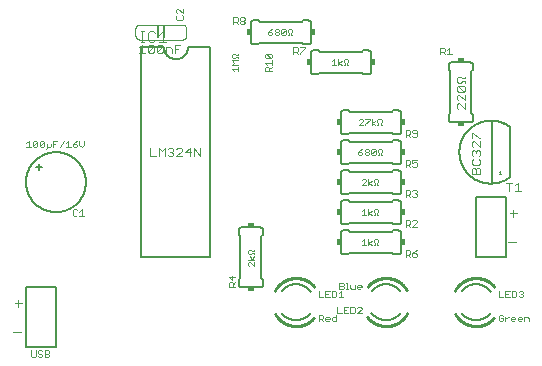
<source format=gto>
G75*
%MOIN*%
%OFA0B0*%
%FSLAX25Y25*%
%IPPOS*%
%LPD*%
%AMOC8*
5,1,8,0,0,1.08239X$1,22.5*
%
%ADD10C,0.00600*%
%ADD11C,0.00200*%
%ADD12C,0.00400*%
%ADD13R,0.01000X0.04000*%
%ADD14C,0.00300*%
%ADD15C,0.00500*%
%ADD16R,0.02000X0.01500*%
%ADD17R,0.01500X0.02000*%
%ADD18C,0.00100*%
%ADD19C,0.01000*%
D10*
X0045760Y0036000D02*
X0068760Y0036000D01*
X0068760Y0106000D01*
X0061260Y0106000D01*
X0061258Y0105874D01*
X0061252Y0105749D01*
X0061242Y0105624D01*
X0061228Y0105499D01*
X0061211Y0105374D01*
X0061189Y0105250D01*
X0061164Y0105127D01*
X0061134Y0105005D01*
X0061101Y0104884D01*
X0061064Y0104764D01*
X0061024Y0104645D01*
X0060979Y0104528D01*
X0060931Y0104411D01*
X0060879Y0104297D01*
X0060824Y0104184D01*
X0060765Y0104073D01*
X0060703Y0103964D01*
X0060637Y0103857D01*
X0060568Y0103752D01*
X0060496Y0103649D01*
X0060421Y0103548D01*
X0060342Y0103450D01*
X0060260Y0103355D01*
X0060176Y0103262D01*
X0060088Y0103172D01*
X0059998Y0103084D01*
X0059905Y0103000D01*
X0059810Y0102918D01*
X0059712Y0102839D01*
X0059611Y0102764D01*
X0059508Y0102692D01*
X0059403Y0102623D01*
X0059296Y0102557D01*
X0059187Y0102495D01*
X0059076Y0102436D01*
X0058963Y0102381D01*
X0058849Y0102329D01*
X0058732Y0102281D01*
X0058615Y0102236D01*
X0058496Y0102196D01*
X0058376Y0102159D01*
X0058255Y0102126D01*
X0058133Y0102096D01*
X0058010Y0102071D01*
X0057886Y0102049D01*
X0057761Y0102032D01*
X0057636Y0102018D01*
X0057511Y0102008D01*
X0057386Y0102002D01*
X0057260Y0102000D01*
X0057134Y0102002D01*
X0057009Y0102008D01*
X0056884Y0102018D01*
X0056759Y0102032D01*
X0056634Y0102049D01*
X0056510Y0102071D01*
X0056387Y0102096D01*
X0056265Y0102126D01*
X0056144Y0102159D01*
X0056024Y0102196D01*
X0055905Y0102236D01*
X0055788Y0102281D01*
X0055671Y0102329D01*
X0055557Y0102381D01*
X0055444Y0102436D01*
X0055333Y0102495D01*
X0055224Y0102557D01*
X0055117Y0102623D01*
X0055012Y0102692D01*
X0054909Y0102764D01*
X0054808Y0102839D01*
X0054710Y0102918D01*
X0054615Y0103000D01*
X0054522Y0103084D01*
X0054432Y0103172D01*
X0054344Y0103262D01*
X0054260Y0103355D01*
X0054178Y0103450D01*
X0054099Y0103548D01*
X0054024Y0103649D01*
X0053952Y0103752D01*
X0053883Y0103857D01*
X0053817Y0103964D01*
X0053755Y0104073D01*
X0053696Y0104184D01*
X0053641Y0104297D01*
X0053589Y0104411D01*
X0053541Y0104528D01*
X0053496Y0104645D01*
X0053456Y0104764D01*
X0053419Y0104884D01*
X0053386Y0105005D01*
X0053356Y0105127D01*
X0053331Y0105250D01*
X0053309Y0105374D01*
X0053292Y0105499D01*
X0053278Y0105624D01*
X0053268Y0105749D01*
X0053262Y0105874D01*
X0053260Y0106000D01*
X0045760Y0106000D01*
X0045760Y0036000D01*
X0078260Y0028500D02*
X0078260Y0027000D01*
X0078262Y0026940D01*
X0078267Y0026879D01*
X0078276Y0026820D01*
X0078289Y0026761D01*
X0078305Y0026702D01*
X0078325Y0026645D01*
X0078348Y0026590D01*
X0078375Y0026535D01*
X0078404Y0026483D01*
X0078437Y0026432D01*
X0078473Y0026383D01*
X0078511Y0026337D01*
X0078553Y0026293D01*
X0078597Y0026251D01*
X0078643Y0026213D01*
X0078692Y0026177D01*
X0078743Y0026144D01*
X0078795Y0026115D01*
X0078850Y0026088D01*
X0078905Y0026065D01*
X0078962Y0026045D01*
X0079021Y0026029D01*
X0079080Y0026016D01*
X0079139Y0026007D01*
X0079200Y0026002D01*
X0079260Y0026000D01*
X0085260Y0026000D01*
X0085320Y0026002D01*
X0085381Y0026007D01*
X0085440Y0026016D01*
X0085499Y0026029D01*
X0085558Y0026045D01*
X0085615Y0026065D01*
X0085670Y0026088D01*
X0085725Y0026115D01*
X0085777Y0026144D01*
X0085828Y0026177D01*
X0085877Y0026213D01*
X0085923Y0026251D01*
X0085967Y0026293D01*
X0086009Y0026337D01*
X0086047Y0026383D01*
X0086083Y0026432D01*
X0086116Y0026483D01*
X0086145Y0026535D01*
X0086172Y0026590D01*
X0086195Y0026645D01*
X0086215Y0026702D01*
X0086231Y0026761D01*
X0086244Y0026820D01*
X0086253Y0026879D01*
X0086258Y0026940D01*
X0086260Y0027000D01*
X0086260Y0028500D01*
X0085760Y0029000D01*
X0085760Y0043000D01*
X0086260Y0043500D01*
X0086260Y0045000D01*
X0086258Y0045060D01*
X0086253Y0045121D01*
X0086244Y0045180D01*
X0086231Y0045239D01*
X0086215Y0045298D01*
X0086195Y0045355D01*
X0086172Y0045410D01*
X0086145Y0045465D01*
X0086116Y0045517D01*
X0086083Y0045568D01*
X0086047Y0045617D01*
X0086009Y0045663D01*
X0085967Y0045707D01*
X0085923Y0045749D01*
X0085877Y0045787D01*
X0085828Y0045823D01*
X0085777Y0045856D01*
X0085725Y0045885D01*
X0085670Y0045912D01*
X0085615Y0045935D01*
X0085558Y0045955D01*
X0085499Y0045971D01*
X0085440Y0045984D01*
X0085381Y0045993D01*
X0085320Y0045998D01*
X0085260Y0046000D01*
X0079260Y0046000D01*
X0079200Y0045998D01*
X0079139Y0045993D01*
X0079080Y0045984D01*
X0079021Y0045971D01*
X0078962Y0045955D01*
X0078905Y0045935D01*
X0078850Y0045912D01*
X0078795Y0045885D01*
X0078743Y0045856D01*
X0078692Y0045823D01*
X0078643Y0045787D01*
X0078597Y0045749D01*
X0078553Y0045707D01*
X0078511Y0045663D01*
X0078473Y0045617D01*
X0078437Y0045568D01*
X0078404Y0045517D01*
X0078375Y0045465D01*
X0078348Y0045410D01*
X0078325Y0045355D01*
X0078305Y0045298D01*
X0078289Y0045239D01*
X0078276Y0045180D01*
X0078267Y0045121D01*
X0078262Y0045060D01*
X0078260Y0045000D01*
X0078260Y0043500D01*
X0078760Y0043000D01*
X0078760Y0029000D01*
X0078260Y0028500D01*
X0078260Y0027000D02*
X0078262Y0026940D01*
X0078267Y0026879D01*
X0078276Y0026820D01*
X0078289Y0026761D01*
X0078305Y0026702D01*
X0078325Y0026645D01*
X0078348Y0026590D01*
X0078375Y0026535D01*
X0078404Y0026483D01*
X0078437Y0026432D01*
X0078473Y0026383D01*
X0078511Y0026337D01*
X0078553Y0026293D01*
X0078597Y0026251D01*
X0078643Y0026213D01*
X0078692Y0026177D01*
X0078743Y0026144D01*
X0078795Y0026115D01*
X0078850Y0026088D01*
X0078905Y0026065D01*
X0078962Y0026045D01*
X0079021Y0026029D01*
X0079080Y0026016D01*
X0079139Y0026007D01*
X0079200Y0026002D01*
X0079260Y0026000D01*
X0085260Y0026000D02*
X0085320Y0026002D01*
X0085381Y0026007D01*
X0085440Y0026016D01*
X0085499Y0026029D01*
X0085558Y0026045D01*
X0085615Y0026065D01*
X0085670Y0026088D01*
X0085725Y0026115D01*
X0085777Y0026144D01*
X0085828Y0026177D01*
X0085877Y0026213D01*
X0085923Y0026251D01*
X0085967Y0026293D01*
X0086009Y0026337D01*
X0086047Y0026383D01*
X0086083Y0026432D01*
X0086116Y0026483D01*
X0086145Y0026535D01*
X0086172Y0026590D01*
X0086195Y0026645D01*
X0086215Y0026702D01*
X0086231Y0026761D01*
X0086244Y0026820D01*
X0086253Y0026879D01*
X0086258Y0026940D01*
X0086260Y0027000D01*
X0097260Y0027000D02*
X0097414Y0026998D01*
X0097568Y0026992D01*
X0097722Y0026982D01*
X0097876Y0026968D01*
X0098029Y0026951D01*
X0098181Y0026929D01*
X0098333Y0026903D01*
X0098485Y0026874D01*
X0098635Y0026840D01*
X0098785Y0026803D01*
X0098933Y0026762D01*
X0099081Y0026717D01*
X0099227Y0026668D01*
X0099372Y0026616D01*
X0099515Y0026560D01*
X0099658Y0026500D01*
X0099798Y0026437D01*
X0099937Y0026370D01*
X0100074Y0026299D01*
X0100209Y0026225D01*
X0100342Y0026148D01*
X0100474Y0026067D01*
X0100603Y0025983D01*
X0100730Y0025895D01*
X0100854Y0025804D01*
X0100976Y0025711D01*
X0101096Y0025613D01*
X0101213Y0025513D01*
X0101328Y0025410D01*
X0101440Y0025304D01*
X0101549Y0025196D01*
X0101655Y0025084D01*
X0101759Y0024970D01*
X0101859Y0024853D01*
X0101957Y0024734D01*
X0102051Y0024612D01*
X0102142Y0024487D01*
X0097260Y0015000D02*
X0097108Y0015002D01*
X0096957Y0015008D01*
X0096806Y0015017D01*
X0096654Y0015031D01*
X0096504Y0015048D01*
X0096354Y0015069D01*
X0096204Y0015094D01*
X0096055Y0015122D01*
X0095907Y0015155D01*
X0095760Y0015191D01*
X0095613Y0015230D01*
X0095468Y0015274D01*
X0095324Y0015321D01*
X0095181Y0015372D01*
X0095040Y0015426D01*
X0094899Y0015484D01*
X0094761Y0015545D01*
X0094624Y0015610D01*
X0094488Y0015679D01*
X0094355Y0015750D01*
X0094223Y0015825D01*
X0094093Y0015904D01*
X0093966Y0015985D01*
X0093840Y0016070D01*
X0093716Y0016158D01*
X0093595Y0016249D01*
X0093476Y0016343D01*
X0093360Y0016441D01*
X0093246Y0016541D01*
X0093134Y0016643D01*
X0093026Y0016749D01*
X0092920Y0016857D01*
X0092816Y0016968D01*
X0092716Y0017082D01*
X0092618Y0017198D01*
X0092524Y0017317D01*
X0097260Y0015000D02*
X0097412Y0015002D01*
X0097563Y0015008D01*
X0097714Y0015017D01*
X0097866Y0015031D01*
X0098016Y0015048D01*
X0098166Y0015069D01*
X0098316Y0015094D01*
X0098465Y0015122D01*
X0098613Y0015155D01*
X0098760Y0015191D01*
X0098907Y0015230D01*
X0099052Y0015274D01*
X0099196Y0015321D01*
X0099339Y0015372D01*
X0099480Y0015426D01*
X0099621Y0015484D01*
X0099759Y0015545D01*
X0099896Y0015610D01*
X0100032Y0015679D01*
X0100165Y0015750D01*
X0100297Y0015825D01*
X0100427Y0015904D01*
X0100554Y0015985D01*
X0100680Y0016070D01*
X0100804Y0016158D01*
X0100925Y0016249D01*
X0101044Y0016343D01*
X0101160Y0016441D01*
X0101274Y0016541D01*
X0101386Y0016643D01*
X0101494Y0016749D01*
X0101600Y0016857D01*
X0101704Y0016968D01*
X0101804Y0017082D01*
X0101902Y0017198D01*
X0101996Y0017317D01*
X0097260Y0027000D02*
X0097110Y0026998D01*
X0096959Y0026992D01*
X0096809Y0026983D01*
X0096660Y0026970D01*
X0096510Y0026953D01*
X0096361Y0026932D01*
X0096213Y0026908D01*
X0096065Y0026880D01*
X0095918Y0026848D01*
X0095772Y0026813D01*
X0095627Y0026773D01*
X0095483Y0026731D01*
X0095340Y0026684D01*
X0095198Y0026634D01*
X0095057Y0026581D01*
X0094918Y0026524D01*
X0094780Y0026464D01*
X0094644Y0026400D01*
X0094510Y0026333D01*
X0094377Y0026262D01*
X0094246Y0026188D01*
X0094117Y0026111D01*
X0093990Y0026030D01*
X0093865Y0025947D01*
X0093742Y0025860D01*
X0093621Y0025771D01*
X0093503Y0025678D01*
X0093387Y0025582D01*
X0093273Y0025484D01*
X0093162Y0025383D01*
X0093053Y0025278D01*
X0092948Y0025172D01*
X0092844Y0025062D01*
X0092744Y0024950D01*
X0092646Y0024836D01*
X0092552Y0024719D01*
X0092460Y0024600D01*
X0112260Y0038000D02*
X0112260Y0044000D01*
X0112262Y0044060D01*
X0112267Y0044121D01*
X0112276Y0044180D01*
X0112289Y0044239D01*
X0112305Y0044298D01*
X0112325Y0044355D01*
X0112348Y0044410D01*
X0112375Y0044465D01*
X0112404Y0044517D01*
X0112437Y0044568D01*
X0112473Y0044617D01*
X0112511Y0044663D01*
X0112553Y0044707D01*
X0112597Y0044749D01*
X0112643Y0044787D01*
X0112692Y0044823D01*
X0112743Y0044856D01*
X0112795Y0044885D01*
X0112850Y0044912D01*
X0112905Y0044935D01*
X0112962Y0044955D01*
X0113021Y0044971D01*
X0113080Y0044984D01*
X0113139Y0044993D01*
X0113200Y0044998D01*
X0113260Y0045000D01*
X0114760Y0045000D01*
X0115260Y0044500D01*
X0129260Y0044500D01*
X0129760Y0045000D01*
X0131260Y0045000D01*
X0131320Y0044998D01*
X0131381Y0044993D01*
X0131440Y0044984D01*
X0131499Y0044971D01*
X0131558Y0044955D01*
X0131615Y0044935D01*
X0131670Y0044912D01*
X0131725Y0044885D01*
X0131777Y0044856D01*
X0131828Y0044823D01*
X0131877Y0044787D01*
X0131923Y0044749D01*
X0131967Y0044707D01*
X0132009Y0044663D01*
X0132047Y0044617D01*
X0132083Y0044568D01*
X0132116Y0044517D01*
X0132145Y0044465D01*
X0132172Y0044410D01*
X0132195Y0044355D01*
X0132215Y0044298D01*
X0132231Y0044239D01*
X0132244Y0044180D01*
X0132253Y0044121D01*
X0132258Y0044060D01*
X0132260Y0044000D01*
X0132260Y0038000D01*
X0132258Y0037940D01*
X0132253Y0037879D01*
X0132244Y0037820D01*
X0132231Y0037761D01*
X0132215Y0037702D01*
X0132195Y0037645D01*
X0132172Y0037590D01*
X0132145Y0037535D01*
X0132116Y0037483D01*
X0132083Y0037432D01*
X0132047Y0037383D01*
X0132009Y0037337D01*
X0131967Y0037293D01*
X0131923Y0037251D01*
X0131877Y0037213D01*
X0131828Y0037177D01*
X0131777Y0037144D01*
X0131725Y0037115D01*
X0131670Y0037088D01*
X0131615Y0037065D01*
X0131558Y0037045D01*
X0131499Y0037029D01*
X0131440Y0037016D01*
X0131381Y0037007D01*
X0131320Y0037002D01*
X0131260Y0037000D01*
X0129760Y0037000D01*
X0129260Y0037500D01*
X0115260Y0037500D01*
X0114760Y0037000D01*
X0113260Y0037000D01*
X0113200Y0037002D01*
X0113139Y0037007D01*
X0113080Y0037016D01*
X0113021Y0037029D01*
X0112962Y0037045D01*
X0112905Y0037065D01*
X0112850Y0037088D01*
X0112795Y0037115D01*
X0112743Y0037144D01*
X0112692Y0037177D01*
X0112643Y0037213D01*
X0112597Y0037251D01*
X0112553Y0037293D01*
X0112511Y0037337D01*
X0112473Y0037383D01*
X0112437Y0037432D01*
X0112404Y0037483D01*
X0112375Y0037535D01*
X0112348Y0037590D01*
X0112325Y0037645D01*
X0112305Y0037702D01*
X0112289Y0037761D01*
X0112276Y0037820D01*
X0112267Y0037879D01*
X0112262Y0037940D01*
X0112260Y0038000D01*
X0112262Y0037940D01*
X0112267Y0037879D01*
X0112276Y0037820D01*
X0112289Y0037761D01*
X0112305Y0037702D01*
X0112325Y0037645D01*
X0112348Y0037590D01*
X0112375Y0037535D01*
X0112404Y0037483D01*
X0112437Y0037432D01*
X0112473Y0037383D01*
X0112511Y0037337D01*
X0112553Y0037293D01*
X0112597Y0037251D01*
X0112643Y0037213D01*
X0112692Y0037177D01*
X0112743Y0037144D01*
X0112795Y0037115D01*
X0112850Y0037088D01*
X0112905Y0037065D01*
X0112962Y0037045D01*
X0113021Y0037029D01*
X0113080Y0037016D01*
X0113139Y0037007D01*
X0113200Y0037002D01*
X0113260Y0037000D01*
X0112260Y0044000D02*
X0112262Y0044060D01*
X0112267Y0044121D01*
X0112276Y0044180D01*
X0112289Y0044239D01*
X0112305Y0044298D01*
X0112325Y0044355D01*
X0112348Y0044410D01*
X0112375Y0044465D01*
X0112404Y0044517D01*
X0112437Y0044568D01*
X0112473Y0044617D01*
X0112511Y0044663D01*
X0112553Y0044707D01*
X0112597Y0044749D01*
X0112643Y0044787D01*
X0112692Y0044823D01*
X0112743Y0044856D01*
X0112795Y0044885D01*
X0112850Y0044912D01*
X0112905Y0044935D01*
X0112962Y0044955D01*
X0113021Y0044971D01*
X0113080Y0044984D01*
X0113139Y0044993D01*
X0113200Y0044998D01*
X0113260Y0045000D01*
X0113260Y0047000D02*
X0114760Y0047000D01*
X0115260Y0047500D01*
X0129260Y0047500D01*
X0129760Y0047000D01*
X0131260Y0047000D01*
X0131320Y0047002D01*
X0131381Y0047007D01*
X0131440Y0047016D01*
X0131499Y0047029D01*
X0131558Y0047045D01*
X0131615Y0047065D01*
X0131670Y0047088D01*
X0131725Y0047115D01*
X0131777Y0047144D01*
X0131828Y0047177D01*
X0131877Y0047213D01*
X0131923Y0047251D01*
X0131967Y0047293D01*
X0132009Y0047337D01*
X0132047Y0047383D01*
X0132083Y0047432D01*
X0132116Y0047483D01*
X0132145Y0047535D01*
X0132172Y0047590D01*
X0132195Y0047645D01*
X0132215Y0047702D01*
X0132231Y0047761D01*
X0132244Y0047820D01*
X0132253Y0047879D01*
X0132258Y0047940D01*
X0132260Y0048000D01*
X0132260Y0054000D01*
X0132258Y0054060D01*
X0132253Y0054121D01*
X0132244Y0054180D01*
X0132231Y0054239D01*
X0132215Y0054298D01*
X0132195Y0054355D01*
X0132172Y0054410D01*
X0132145Y0054465D01*
X0132116Y0054517D01*
X0132083Y0054568D01*
X0132047Y0054617D01*
X0132009Y0054663D01*
X0131967Y0054707D01*
X0131923Y0054749D01*
X0131877Y0054787D01*
X0131828Y0054823D01*
X0131777Y0054856D01*
X0131725Y0054885D01*
X0131670Y0054912D01*
X0131615Y0054935D01*
X0131558Y0054955D01*
X0131499Y0054971D01*
X0131440Y0054984D01*
X0131381Y0054993D01*
X0131320Y0054998D01*
X0131260Y0055000D01*
X0129760Y0055000D01*
X0129260Y0054500D01*
X0115260Y0054500D01*
X0114760Y0055000D01*
X0113260Y0055000D01*
X0113200Y0054998D01*
X0113139Y0054993D01*
X0113080Y0054984D01*
X0113021Y0054971D01*
X0112962Y0054955D01*
X0112905Y0054935D01*
X0112850Y0054912D01*
X0112795Y0054885D01*
X0112743Y0054856D01*
X0112692Y0054823D01*
X0112643Y0054787D01*
X0112597Y0054749D01*
X0112553Y0054707D01*
X0112511Y0054663D01*
X0112473Y0054617D01*
X0112437Y0054568D01*
X0112404Y0054517D01*
X0112375Y0054465D01*
X0112348Y0054410D01*
X0112325Y0054355D01*
X0112305Y0054298D01*
X0112289Y0054239D01*
X0112276Y0054180D01*
X0112267Y0054121D01*
X0112262Y0054060D01*
X0112260Y0054000D01*
X0112260Y0048000D01*
X0112262Y0047940D01*
X0112267Y0047879D01*
X0112276Y0047820D01*
X0112289Y0047761D01*
X0112305Y0047702D01*
X0112325Y0047645D01*
X0112348Y0047590D01*
X0112375Y0047535D01*
X0112404Y0047483D01*
X0112437Y0047432D01*
X0112473Y0047383D01*
X0112511Y0047337D01*
X0112553Y0047293D01*
X0112597Y0047251D01*
X0112643Y0047213D01*
X0112692Y0047177D01*
X0112743Y0047144D01*
X0112795Y0047115D01*
X0112850Y0047088D01*
X0112905Y0047065D01*
X0112962Y0047045D01*
X0113021Y0047029D01*
X0113080Y0047016D01*
X0113139Y0047007D01*
X0113200Y0047002D01*
X0113260Y0047000D01*
X0113200Y0047002D01*
X0113139Y0047007D01*
X0113080Y0047016D01*
X0113021Y0047029D01*
X0112962Y0047045D01*
X0112905Y0047065D01*
X0112850Y0047088D01*
X0112795Y0047115D01*
X0112743Y0047144D01*
X0112692Y0047177D01*
X0112643Y0047213D01*
X0112597Y0047251D01*
X0112553Y0047293D01*
X0112511Y0047337D01*
X0112473Y0047383D01*
X0112437Y0047432D01*
X0112404Y0047483D01*
X0112375Y0047535D01*
X0112348Y0047590D01*
X0112325Y0047645D01*
X0112305Y0047702D01*
X0112289Y0047761D01*
X0112276Y0047820D01*
X0112267Y0047879D01*
X0112262Y0047940D01*
X0112260Y0048000D01*
X0112260Y0054000D02*
X0112262Y0054060D01*
X0112267Y0054121D01*
X0112276Y0054180D01*
X0112289Y0054239D01*
X0112305Y0054298D01*
X0112325Y0054355D01*
X0112348Y0054410D01*
X0112375Y0054465D01*
X0112404Y0054517D01*
X0112437Y0054568D01*
X0112473Y0054617D01*
X0112511Y0054663D01*
X0112553Y0054707D01*
X0112597Y0054749D01*
X0112643Y0054787D01*
X0112692Y0054823D01*
X0112743Y0054856D01*
X0112795Y0054885D01*
X0112850Y0054912D01*
X0112905Y0054935D01*
X0112962Y0054955D01*
X0113021Y0054971D01*
X0113080Y0054984D01*
X0113139Y0054993D01*
X0113200Y0054998D01*
X0113260Y0055000D01*
X0113260Y0057000D02*
X0114760Y0057000D01*
X0115260Y0057500D01*
X0129260Y0057500D01*
X0129760Y0057000D01*
X0131260Y0057000D01*
X0131320Y0057002D01*
X0131381Y0057007D01*
X0131440Y0057016D01*
X0131499Y0057029D01*
X0131558Y0057045D01*
X0131615Y0057065D01*
X0131670Y0057088D01*
X0131725Y0057115D01*
X0131777Y0057144D01*
X0131828Y0057177D01*
X0131877Y0057213D01*
X0131923Y0057251D01*
X0131967Y0057293D01*
X0132009Y0057337D01*
X0132047Y0057383D01*
X0132083Y0057432D01*
X0132116Y0057483D01*
X0132145Y0057535D01*
X0132172Y0057590D01*
X0132195Y0057645D01*
X0132215Y0057702D01*
X0132231Y0057761D01*
X0132244Y0057820D01*
X0132253Y0057879D01*
X0132258Y0057940D01*
X0132260Y0058000D01*
X0132260Y0064000D01*
X0132258Y0064060D01*
X0132253Y0064121D01*
X0132244Y0064180D01*
X0132231Y0064239D01*
X0132215Y0064298D01*
X0132195Y0064355D01*
X0132172Y0064410D01*
X0132145Y0064465D01*
X0132116Y0064517D01*
X0132083Y0064568D01*
X0132047Y0064617D01*
X0132009Y0064663D01*
X0131967Y0064707D01*
X0131923Y0064749D01*
X0131877Y0064787D01*
X0131828Y0064823D01*
X0131777Y0064856D01*
X0131725Y0064885D01*
X0131670Y0064912D01*
X0131615Y0064935D01*
X0131558Y0064955D01*
X0131499Y0064971D01*
X0131440Y0064984D01*
X0131381Y0064993D01*
X0131320Y0064998D01*
X0131260Y0065000D01*
X0129760Y0065000D01*
X0129260Y0064500D01*
X0115260Y0064500D01*
X0114760Y0065000D01*
X0113260Y0065000D01*
X0113200Y0064998D01*
X0113139Y0064993D01*
X0113080Y0064984D01*
X0113021Y0064971D01*
X0112962Y0064955D01*
X0112905Y0064935D01*
X0112850Y0064912D01*
X0112795Y0064885D01*
X0112743Y0064856D01*
X0112692Y0064823D01*
X0112643Y0064787D01*
X0112597Y0064749D01*
X0112553Y0064707D01*
X0112511Y0064663D01*
X0112473Y0064617D01*
X0112437Y0064568D01*
X0112404Y0064517D01*
X0112375Y0064465D01*
X0112348Y0064410D01*
X0112325Y0064355D01*
X0112305Y0064298D01*
X0112289Y0064239D01*
X0112276Y0064180D01*
X0112267Y0064121D01*
X0112262Y0064060D01*
X0112260Y0064000D01*
X0112260Y0058000D01*
X0112262Y0057940D01*
X0112267Y0057879D01*
X0112276Y0057820D01*
X0112289Y0057761D01*
X0112305Y0057702D01*
X0112325Y0057645D01*
X0112348Y0057590D01*
X0112375Y0057535D01*
X0112404Y0057483D01*
X0112437Y0057432D01*
X0112473Y0057383D01*
X0112511Y0057337D01*
X0112553Y0057293D01*
X0112597Y0057251D01*
X0112643Y0057213D01*
X0112692Y0057177D01*
X0112743Y0057144D01*
X0112795Y0057115D01*
X0112850Y0057088D01*
X0112905Y0057065D01*
X0112962Y0057045D01*
X0113021Y0057029D01*
X0113080Y0057016D01*
X0113139Y0057007D01*
X0113200Y0057002D01*
X0113260Y0057000D01*
X0113200Y0057002D01*
X0113139Y0057007D01*
X0113080Y0057016D01*
X0113021Y0057029D01*
X0112962Y0057045D01*
X0112905Y0057065D01*
X0112850Y0057088D01*
X0112795Y0057115D01*
X0112743Y0057144D01*
X0112692Y0057177D01*
X0112643Y0057213D01*
X0112597Y0057251D01*
X0112553Y0057293D01*
X0112511Y0057337D01*
X0112473Y0057383D01*
X0112437Y0057432D01*
X0112404Y0057483D01*
X0112375Y0057535D01*
X0112348Y0057590D01*
X0112325Y0057645D01*
X0112305Y0057702D01*
X0112289Y0057761D01*
X0112276Y0057820D01*
X0112267Y0057879D01*
X0112262Y0057940D01*
X0112260Y0058000D01*
X0112260Y0064000D02*
X0112262Y0064060D01*
X0112267Y0064121D01*
X0112276Y0064180D01*
X0112289Y0064239D01*
X0112305Y0064298D01*
X0112325Y0064355D01*
X0112348Y0064410D01*
X0112375Y0064465D01*
X0112404Y0064517D01*
X0112437Y0064568D01*
X0112473Y0064617D01*
X0112511Y0064663D01*
X0112553Y0064707D01*
X0112597Y0064749D01*
X0112643Y0064787D01*
X0112692Y0064823D01*
X0112743Y0064856D01*
X0112795Y0064885D01*
X0112850Y0064912D01*
X0112905Y0064935D01*
X0112962Y0064955D01*
X0113021Y0064971D01*
X0113080Y0064984D01*
X0113139Y0064993D01*
X0113200Y0064998D01*
X0113260Y0065000D01*
X0113260Y0067000D02*
X0114760Y0067000D01*
X0115260Y0067500D01*
X0129260Y0067500D01*
X0129760Y0067000D01*
X0131260Y0067000D01*
X0131320Y0067002D01*
X0131381Y0067007D01*
X0131440Y0067016D01*
X0131499Y0067029D01*
X0131558Y0067045D01*
X0131615Y0067065D01*
X0131670Y0067088D01*
X0131725Y0067115D01*
X0131777Y0067144D01*
X0131828Y0067177D01*
X0131877Y0067213D01*
X0131923Y0067251D01*
X0131967Y0067293D01*
X0132009Y0067337D01*
X0132047Y0067383D01*
X0132083Y0067432D01*
X0132116Y0067483D01*
X0132145Y0067535D01*
X0132172Y0067590D01*
X0132195Y0067645D01*
X0132215Y0067702D01*
X0132231Y0067761D01*
X0132244Y0067820D01*
X0132253Y0067879D01*
X0132258Y0067940D01*
X0132260Y0068000D01*
X0132260Y0074000D01*
X0132258Y0074060D01*
X0132253Y0074121D01*
X0132244Y0074180D01*
X0132231Y0074239D01*
X0132215Y0074298D01*
X0132195Y0074355D01*
X0132172Y0074410D01*
X0132145Y0074465D01*
X0132116Y0074517D01*
X0132083Y0074568D01*
X0132047Y0074617D01*
X0132009Y0074663D01*
X0131967Y0074707D01*
X0131923Y0074749D01*
X0131877Y0074787D01*
X0131828Y0074823D01*
X0131777Y0074856D01*
X0131725Y0074885D01*
X0131670Y0074912D01*
X0131615Y0074935D01*
X0131558Y0074955D01*
X0131499Y0074971D01*
X0131440Y0074984D01*
X0131381Y0074993D01*
X0131320Y0074998D01*
X0131260Y0075000D01*
X0129760Y0075000D01*
X0129260Y0074500D01*
X0115260Y0074500D01*
X0114760Y0075000D01*
X0113260Y0075000D01*
X0113200Y0074998D01*
X0113139Y0074993D01*
X0113080Y0074984D01*
X0113021Y0074971D01*
X0112962Y0074955D01*
X0112905Y0074935D01*
X0112850Y0074912D01*
X0112795Y0074885D01*
X0112743Y0074856D01*
X0112692Y0074823D01*
X0112643Y0074787D01*
X0112597Y0074749D01*
X0112553Y0074707D01*
X0112511Y0074663D01*
X0112473Y0074617D01*
X0112437Y0074568D01*
X0112404Y0074517D01*
X0112375Y0074465D01*
X0112348Y0074410D01*
X0112325Y0074355D01*
X0112305Y0074298D01*
X0112289Y0074239D01*
X0112276Y0074180D01*
X0112267Y0074121D01*
X0112262Y0074060D01*
X0112260Y0074000D01*
X0112260Y0068000D01*
X0112262Y0067940D01*
X0112267Y0067879D01*
X0112276Y0067820D01*
X0112289Y0067761D01*
X0112305Y0067702D01*
X0112325Y0067645D01*
X0112348Y0067590D01*
X0112375Y0067535D01*
X0112404Y0067483D01*
X0112437Y0067432D01*
X0112473Y0067383D01*
X0112511Y0067337D01*
X0112553Y0067293D01*
X0112597Y0067251D01*
X0112643Y0067213D01*
X0112692Y0067177D01*
X0112743Y0067144D01*
X0112795Y0067115D01*
X0112850Y0067088D01*
X0112905Y0067065D01*
X0112962Y0067045D01*
X0113021Y0067029D01*
X0113080Y0067016D01*
X0113139Y0067007D01*
X0113200Y0067002D01*
X0113260Y0067000D01*
X0113200Y0067002D01*
X0113139Y0067007D01*
X0113080Y0067016D01*
X0113021Y0067029D01*
X0112962Y0067045D01*
X0112905Y0067065D01*
X0112850Y0067088D01*
X0112795Y0067115D01*
X0112743Y0067144D01*
X0112692Y0067177D01*
X0112643Y0067213D01*
X0112597Y0067251D01*
X0112553Y0067293D01*
X0112511Y0067337D01*
X0112473Y0067383D01*
X0112437Y0067432D01*
X0112404Y0067483D01*
X0112375Y0067535D01*
X0112348Y0067590D01*
X0112325Y0067645D01*
X0112305Y0067702D01*
X0112289Y0067761D01*
X0112276Y0067820D01*
X0112267Y0067879D01*
X0112262Y0067940D01*
X0112260Y0068000D01*
X0112260Y0074000D02*
X0112262Y0074060D01*
X0112267Y0074121D01*
X0112276Y0074180D01*
X0112289Y0074239D01*
X0112305Y0074298D01*
X0112325Y0074355D01*
X0112348Y0074410D01*
X0112375Y0074465D01*
X0112404Y0074517D01*
X0112437Y0074568D01*
X0112473Y0074617D01*
X0112511Y0074663D01*
X0112553Y0074707D01*
X0112597Y0074749D01*
X0112643Y0074787D01*
X0112692Y0074823D01*
X0112743Y0074856D01*
X0112795Y0074885D01*
X0112850Y0074912D01*
X0112905Y0074935D01*
X0112962Y0074955D01*
X0113021Y0074971D01*
X0113080Y0074984D01*
X0113139Y0074993D01*
X0113200Y0074998D01*
X0113260Y0075000D01*
X0113260Y0077000D02*
X0114760Y0077000D01*
X0115260Y0077500D01*
X0129260Y0077500D01*
X0129760Y0077000D01*
X0131260Y0077000D01*
X0131320Y0077002D01*
X0131381Y0077007D01*
X0131440Y0077016D01*
X0131499Y0077029D01*
X0131558Y0077045D01*
X0131615Y0077065D01*
X0131670Y0077088D01*
X0131725Y0077115D01*
X0131777Y0077144D01*
X0131828Y0077177D01*
X0131877Y0077213D01*
X0131923Y0077251D01*
X0131967Y0077293D01*
X0132009Y0077337D01*
X0132047Y0077383D01*
X0132083Y0077432D01*
X0132116Y0077483D01*
X0132145Y0077535D01*
X0132172Y0077590D01*
X0132195Y0077645D01*
X0132215Y0077702D01*
X0132231Y0077761D01*
X0132244Y0077820D01*
X0132253Y0077879D01*
X0132258Y0077940D01*
X0132260Y0078000D01*
X0132260Y0084000D01*
X0132258Y0084060D01*
X0132253Y0084121D01*
X0132244Y0084180D01*
X0132231Y0084239D01*
X0132215Y0084298D01*
X0132195Y0084355D01*
X0132172Y0084410D01*
X0132145Y0084465D01*
X0132116Y0084517D01*
X0132083Y0084568D01*
X0132047Y0084617D01*
X0132009Y0084663D01*
X0131967Y0084707D01*
X0131923Y0084749D01*
X0131877Y0084787D01*
X0131828Y0084823D01*
X0131777Y0084856D01*
X0131725Y0084885D01*
X0131670Y0084912D01*
X0131615Y0084935D01*
X0131558Y0084955D01*
X0131499Y0084971D01*
X0131440Y0084984D01*
X0131381Y0084993D01*
X0131320Y0084998D01*
X0131260Y0085000D01*
X0129760Y0085000D01*
X0129260Y0084500D01*
X0115260Y0084500D01*
X0114760Y0085000D01*
X0113260Y0085000D01*
X0113200Y0084998D01*
X0113139Y0084993D01*
X0113080Y0084984D01*
X0113021Y0084971D01*
X0112962Y0084955D01*
X0112905Y0084935D01*
X0112850Y0084912D01*
X0112795Y0084885D01*
X0112743Y0084856D01*
X0112692Y0084823D01*
X0112643Y0084787D01*
X0112597Y0084749D01*
X0112553Y0084707D01*
X0112511Y0084663D01*
X0112473Y0084617D01*
X0112437Y0084568D01*
X0112404Y0084517D01*
X0112375Y0084465D01*
X0112348Y0084410D01*
X0112325Y0084355D01*
X0112305Y0084298D01*
X0112289Y0084239D01*
X0112276Y0084180D01*
X0112267Y0084121D01*
X0112262Y0084060D01*
X0112260Y0084000D01*
X0112260Y0078000D01*
X0112262Y0077940D01*
X0112267Y0077879D01*
X0112276Y0077820D01*
X0112289Y0077761D01*
X0112305Y0077702D01*
X0112325Y0077645D01*
X0112348Y0077590D01*
X0112375Y0077535D01*
X0112404Y0077483D01*
X0112437Y0077432D01*
X0112473Y0077383D01*
X0112511Y0077337D01*
X0112553Y0077293D01*
X0112597Y0077251D01*
X0112643Y0077213D01*
X0112692Y0077177D01*
X0112743Y0077144D01*
X0112795Y0077115D01*
X0112850Y0077088D01*
X0112905Y0077065D01*
X0112962Y0077045D01*
X0113021Y0077029D01*
X0113080Y0077016D01*
X0113139Y0077007D01*
X0113200Y0077002D01*
X0113260Y0077000D01*
X0113200Y0077002D01*
X0113139Y0077007D01*
X0113080Y0077016D01*
X0113021Y0077029D01*
X0112962Y0077045D01*
X0112905Y0077065D01*
X0112850Y0077088D01*
X0112795Y0077115D01*
X0112743Y0077144D01*
X0112692Y0077177D01*
X0112643Y0077213D01*
X0112597Y0077251D01*
X0112553Y0077293D01*
X0112511Y0077337D01*
X0112473Y0077383D01*
X0112437Y0077432D01*
X0112404Y0077483D01*
X0112375Y0077535D01*
X0112348Y0077590D01*
X0112325Y0077645D01*
X0112305Y0077702D01*
X0112289Y0077761D01*
X0112276Y0077820D01*
X0112267Y0077879D01*
X0112262Y0077940D01*
X0112260Y0078000D01*
X0112260Y0084000D02*
X0112262Y0084060D01*
X0112267Y0084121D01*
X0112276Y0084180D01*
X0112289Y0084239D01*
X0112305Y0084298D01*
X0112325Y0084355D01*
X0112348Y0084410D01*
X0112375Y0084465D01*
X0112404Y0084517D01*
X0112437Y0084568D01*
X0112473Y0084617D01*
X0112511Y0084663D01*
X0112553Y0084707D01*
X0112597Y0084749D01*
X0112643Y0084787D01*
X0112692Y0084823D01*
X0112743Y0084856D01*
X0112795Y0084885D01*
X0112850Y0084912D01*
X0112905Y0084935D01*
X0112962Y0084955D01*
X0113021Y0084971D01*
X0113080Y0084984D01*
X0113139Y0084993D01*
X0113200Y0084998D01*
X0113260Y0085000D01*
X0119760Y0097000D02*
X0121260Y0097000D01*
X0121320Y0097002D01*
X0121381Y0097007D01*
X0121440Y0097016D01*
X0121499Y0097029D01*
X0121558Y0097045D01*
X0121615Y0097065D01*
X0121670Y0097088D01*
X0121725Y0097115D01*
X0121777Y0097144D01*
X0121828Y0097177D01*
X0121877Y0097213D01*
X0121923Y0097251D01*
X0121967Y0097293D01*
X0122009Y0097337D01*
X0122047Y0097383D01*
X0122083Y0097432D01*
X0122116Y0097483D01*
X0122145Y0097535D01*
X0122172Y0097590D01*
X0122195Y0097645D01*
X0122215Y0097702D01*
X0122231Y0097761D01*
X0122244Y0097820D01*
X0122253Y0097879D01*
X0122258Y0097940D01*
X0122260Y0098000D01*
X0122260Y0104000D01*
X0122258Y0104060D01*
X0122253Y0104121D01*
X0122244Y0104180D01*
X0122231Y0104239D01*
X0122215Y0104298D01*
X0122195Y0104355D01*
X0122172Y0104410D01*
X0122145Y0104465D01*
X0122116Y0104517D01*
X0122083Y0104568D01*
X0122047Y0104617D01*
X0122009Y0104663D01*
X0121967Y0104707D01*
X0121923Y0104749D01*
X0121877Y0104787D01*
X0121828Y0104823D01*
X0121777Y0104856D01*
X0121725Y0104885D01*
X0121670Y0104912D01*
X0121615Y0104935D01*
X0121558Y0104955D01*
X0121499Y0104971D01*
X0121440Y0104984D01*
X0121381Y0104993D01*
X0121320Y0104998D01*
X0121260Y0105000D01*
X0119760Y0105000D01*
X0119260Y0104500D01*
X0105260Y0104500D01*
X0104760Y0105000D01*
X0103260Y0105000D01*
X0103200Y0104998D01*
X0103139Y0104993D01*
X0103080Y0104984D01*
X0103021Y0104971D01*
X0102962Y0104955D01*
X0102905Y0104935D01*
X0102850Y0104912D01*
X0102795Y0104885D01*
X0102743Y0104856D01*
X0102692Y0104823D01*
X0102643Y0104787D01*
X0102597Y0104749D01*
X0102553Y0104707D01*
X0102511Y0104663D01*
X0102473Y0104617D01*
X0102437Y0104568D01*
X0102404Y0104517D01*
X0102375Y0104465D01*
X0102348Y0104410D01*
X0102325Y0104355D01*
X0102305Y0104298D01*
X0102289Y0104239D01*
X0102276Y0104180D01*
X0102267Y0104121D01*
X0102262Y0104060D01*
X0102260Y0104000D01*
X0102260Y0098000D01*
X0102262Y0097940D01*
X0102267Y0097879D01*
X0102276Y0097820D01*
X0102289Y0097761D01*
X0102305Y0097702D01*
X0102325Y0097645D01*
X0102348Y0097590D01*
X0102375Y0097535D01*
X0102404Y0097483D01*
X0102437Y0097432D01*
X0102473Y0097383D01*
X0102511Y0097337D01*
X0102553Y0097293D01*
X0102597Y0097251D01*
X0102643Y0097213D01*
X0102692Y0097177D01*
X0102743Y0097144D01*
X0102795Y0097115D01*
X0102850Y0097088D01*
X0102905Y0097065D01*
X0102962Y0097045D01*
X0103021Y0097029D01*
X0103080Y0097016D01*
X0103139Y0097007D01*
X0103200Y0097002D01*
X0103260Y0097000D01*
X0104760Y0097000D01*
X0105260Y0097500D01*
X0119260Y0097500D01*
X0119760Y0097000D01*
X0121260Y0097000D02*
X0121320Y0097002D01*
X0121381Y0097007D01*
X0121440Y0097016D01*
X0121499Y0097029D01*
X0121558Y0097045D01*
X0121615Y0097065D01*
X0121670Y0097088D01*
X0121725Y0097115D01*
X0121777Y0097144D01*
X0121828Y0097177D01*
X0121877Y0097213D01*
X0121923Y0097251D01*
X0121967Y0097293D01*
X0122009Y0097337D01*
X0122047Y0097383D01*
X0122083Y0097432D01*
X0122116Y0097483D01*
X0122145Y0097535D01*
X0122172Y0097590D01*
X0122195Y0097645D01*
X0122215Y0097702D01*
X0122231Y0097761D01*
X0122244Y0097820D01*
X0122253Y0097879D01*
X0122258Y0097940D01*
X0122260Y0098000D01*
X0122260Y0104000D02*
X0122258Y0104060D01*
X0122253Y0104121D01*
X0122244Y0104180D01*
X0122231Y0104239D01*
X0122215Y0104298D01*
X0122195Y0104355D01*
X0122172Y0104410D01*
X0122145Y0104465D01*
X0122116Y0104517D01*
X0122083Y0104568D01*
X0122047Y0104617D01*
X0122009Y0104663D01*
X0121967Y0104707D01*
X0121923Y0104749D01*
X0121877Y0104787D01*
X0121828Y0104823D01*
X0121777Y0104856D01*
X0121725Y0104885D01*
X0121670Y0104912D01*
X0121615Y0104935D01*
X0121558Y0104955D01*
X0121499Y0104971D01*
X0121440Y0104984D01*
X0121381Y0104993D01*
X0121320Y0104998D01*
X0121260Y0105000D01*
X0103260Y0105000D02*
X0103200Y0104998D01*
X0103139Y0104993D01*
X0103080Y0104984D01*
X0103021Y0104971D01*
X0102962Y0104955D01*
X0102905Y0104935D01*
X0102850Y0104912D01*
X0102795Y0104885D01*
X0102743Y0104856D01*
X0102692Y0104823D01*
X0102643Y0104787D01*
X0102597Y0104749D01*
X0102553Y0104707D01*
X0102511Y0104663D01*
X0102473Y0104617D01*
X0102437Y0104568D01*
X0102404Y0104517D01*
X0102375Y0104465D01*
X0102348Y0104410D01*
X0102325Y0104355D01*
X0102305Y0104298D01*
X0102289Y0104239D01*
X0102276Y0104180D01*
X0102267Y0104121D01*
X0102262Y0104060D01*
X0102260Y0104000D01*
X0101260Y0107000D02*
X0099760Y0107000D01*
X0099260Y0107500D01*
X0085260Y0107500D01*
X0084760Y0107000D01*
X0083260Y0107000D01*
X0083200Y0107002D01*
X0083139Y0107007D01*
X0083080Y0107016D01*
X0083021Y0107029D01*
X0082962Y0107045D01*
X0082905Y0107065D01*
X0082850Y0107088D01*
X0082795Y0107115D01*
X0082743Y0107144D01*
X0082692Y0107177D01*
X0082643Y0107213D01*
X0082597Y0107251D01*
X0082553Y0107293D01*
X0082511Y0107337D01*
X0082473Y0107383D01*
X0082437Y0107432D01*
X0082404Y0107483D01*
X0082375Y0107535D01*
X0082348Y0107590D01*
X0082325Y0107645D01*
X0082305Y0107702D01*
X0082289Y0107761D01*
X0082276Y0107820D01*
X0082267Y0107879D01*
X0082262Y0107940D01*
X0082260Y0108000D01*
X0082260Y0114000D01*
X0082262Y0114060D01*
X0082267Y0114121D01*
X0082276Y0114180D01*
X0082289Y0114239D01*
X0082305Y0114298D01*
X0082325Y0114355D01*
X0082348Y0114410D01*
X0082375Y0114465D01*
X0082404Y0114517D01*
X0082437Y0114568D01*
X0082473Y0114617D01*
X0082511Y0114663D01*
X0082553Y0114707D01*
X0082597Y0114749D01*
X0082643Y0114787D01*
X0082692Y0114823D01*
X0082743Y0114856D01*
X0082795Y0114885D01*
X0082850Y0114912D01*
X0082905Y0114935D01*
X0082962Y0114955D01*
X0083021Y0114971D01*
X0083080Y0114984D01*
X0083139Y0114993D01*
X0083200Y0114998D01*
X0083260Y0115000D01*
X0084760Y0115000D01*
X0085260Y0114500D01*
X0099260Y0114500D01*
X0099760Y0115000D01*
X0101260Y0115000D01*
X0101320Y0114998D01*
X0101381Y0114993D01*
X0101440Y0114984D01*
X0101499Y0114971D01*
X0101558Y0114955D01*
X0101615Y0114935D01*
X0101670Y0114912D01*
X0101725Y0114885D01*
X0101777Y0114856D01*
X0101828Y0114823D01*
X0101877Y0114787D01*
X0101923Y0114749D01*
X0101967Y0114707D01*
X0102009Y0114663D01*
X0102047Y0114617D01*
X0102083Y0114568D01*
X0102116Y0114517D01*
X0102145Y0114465D01*
X0102172Y0114410D01*
X0102195Y0114355D01*
X0102215Y0114298D01*
X0102231Y0114239D01*
X0102244Y0114180D01*
X0102253Y0114121D01*
X0102258Y0114060D01*
X0102260Y0114000D01*
X0102260Y0108000D01*
X0102258Y0107940D01*
X0102253Y0107879D01*
X0102244Y0107820D01*
X0102231Y0107761D01*
X0102215Y0107702D01*
X0102195Y0107645D01*
X0102172Y0107590D01*
X0102145Y0107535D01*
X0102116Y0107483D01*
X0102083Y0107432D01*
X0102047Y0107383D01*
X0102009Y0107337D01*
X0101967Y0107293D01*
X0101923Y0107251D01*
X0101877Y0107213D01*
X0101828Y0107177D01*
X0101777Y0107144D01*
X0101725Y0107115D01*
X0101670Y0107088D01*
X0101615Y0107065D01*
X0101558Y0107045D01*
X0101499Y0107029D01*
X0101440Y0107016D01*
X0101381Y0107007D01*
X0101320Y0107002D01*
X0101260Y0107000D01*
X0101320Y0107002D01*
X0101381Y0107007D01*
X0101440Y0107016D01*
X0101499Y0107029D01*
X0101558Y0107045D01*
X0101615Y0107065D01*
X0101670Y0107088D01*
X0101725Y0107115D01*
X0101777Y0107144D01*
X0101828Y0107177D01*
X0101877Y0107213D01*
X0101923Y0107251D01*
X0101967Y0107293D01*
X0102009Y0107337D01*
X0102047Y0107383D01*
X0102083Y0107432D01*
X0102116Y0107483D01*
X0102145Y0107535D01*
X0102172Y0107590D01*
X0102195Y0107645D01*
X0102215Y0107702D01*
X0102231Y0107761D01*
X0102244Y0107820D01*
X0102253Y0107879D01*
X0102258Y0107940D01*
X0102260Y0108000D01*
X0102260Y0114000D02*
X0102258Y0114060D01*
X0102253Y0114121D01*
X0102244Y0114180D01*
X0102231Y0114239D01*
X0102215Y0114298D01*
X0102195Y0114355D01*
X0102172Y0114410D01*
X0102145Y0114465D01*
X0102116Y0114517D01*
X0102083Y0114568D01*
X0102047Y0114617D01*
X0102009Y0114663D01*
X0101967Y0114707D01*
X0101923Y0114749D01*
X0101877Y0114787D01*
X0101828Y0114823D01*
X0101777Y0114856D01*
X0101725Y0114885D01*
X0101670Y0114912D01*
X0101615Y0114935D01*
X0101558Y0114955D01*
X0101499Y0114971D01*
X0101440Y0114984D01*
X0101381Y0114993D01*
X0101320Y0114998D01*
X0101260Y0115000D01*
X0083260Y0115000D02*
X0083200Y0114998D01*
X0083139Y0114993D01*
X0083080Y0114984D01*
X0083021Y0114971D01*
X0082962Y0114955D01*
X0082905Y0114935D01*
X0082850Y0114912D01*
X0082795Y0114885D01*
X0082743Y0114856D01*
X0082692Y0114823D01*
X0082643Y0114787D01*
X0082597Y0114749D01*
X0082553Y0114707D01*
X0082511Y0114663D01*
X0082473Y0114617D01*
X0082437Y0114568D01*
X0082404Y0114517D01*
X0082375Y0114465D01*
X0082348Y0114410D01*
X0082325Y0114355D01*
X0082305Y0114298D01*
X0082289Y0114239D01*
X0082276Y0114180D01*
X0082267Y0114121D01*
X0082262Y0114060D01*
X0082260Y0114000D01*
X0082260Y0108000D02*
X0082262Y0107940D01*
X0082267Y0107879D01*
X0082276Y0107820D01*
X0082289Y0107761D01*
X0082305Y0107702D01*
X0082325Y0107645D01*
X0082348Y0107590D01*
X0082375Y0107535D01*
X0082404Y0107483D01*
X0082437Y0107432D01*
X0082473Y0107383D01*
X0082511Y0107337D01*
X0082553Y0107293D01*
X0082597Y0107251D01*
X0082643Y0107213D01*
X0082692Y0107177D01*
X0082743Y0107144D01*
X0082795Y0107115D01*
X0082850Y0107088D01*
X0082905Y0107065D01*
X0082962Y0107045D01*
X0083021Y0107029D01*
X0083080Y0107016D01*
X0083139Y0107007D01*
X0083200Y0107002D01*
X0083260Y0107000D01*
X0102260Y0098000D02*
X0102262Y0097940D01*
X0102267Y0097879D01*
X0102276Y0097820D01*
X0102289Y0097761D01*
X0102305Y0097702D01*
X0102325Y0097645D01*
X0102348Y0097590D01*
X0102375Y0097535D01*
X0102404Y0097483D01*
X0102437Y0097432D01*
X0102473Y0097383D01*
X0102511Y0097337D01*
X0102553Y0097293D01*
X0102597Y0097251D01*
X0102643Y0097213D01*
X0102692Y0097177D01*
X0102743Y0097144D01*
X0102795Y0097115D01*
X0102850Y0097088D01*
X0102905Y0097065D01*
X0102962Y0097045D01*
X0103021Y0097029D01*
X0103080Y0097016D01*
X0103139Y0097007D01*
X0103200Y0097002D01*
X0103260Y0097000D01*
X0131260Y0085000D02*
X0131320Y0084998D01*
X0131381Y0084993D01*
X0131440Y0084984D01*
X0131499Y0084971D01*
X0131558Y0084955D01*
X0131615Y0084935D01*
X0131670Y0084912D01*
X0131725Y0084885D01*
X0131777Y0084856D01*
X0131828Y0084823D01*
X0131877Y0084787D01*
X0131923Y0084749D01*
X0131967Y0084707D01*
X0132009Y0084663D01*
X0132047Y0084617D01*
X0132083Y0084568D01*
X0132116Y0084517D01*
X0132145Y0084465D01*
X0132172Y0084410D01*
X0132195Y0084355D01*
X0132215Y0084298D01*
X0132231Y0084239D01*
X0132244Y0084180D01*
X0132253Y0084121D01*
X0132258Y0084060D01*
X0132260Y0084000D01*
X0132260Y0078000D02*
X0132258Y0077940D01*
X0132253Y0077879D01*
X0132244Y0077820D01*
X0132231Y0077761D01*
X0132215Y0077702D01*
X0132195Y0077645D01*
X0132172Y0077590D01*
X0132145Y0077535D01*
X0132116Y0077483D01*
X0132083Y0077432D01*
X0132047Y0077383D01*
X0132009Y0077337D01*
X0131967Y0077293D01*
X0131923Y0077251D01*
X0131877Y0077213D01*
X0131828Y0077177D01*
X0131777Y0077144D01*
X0131725Y0077115D01*
X0131670Y0077088D01*
X0131615Y0077065D01*
X0131558Y0077045D01*
X0131499Y0077029D01*
X0131440Y0077016D01*
X0131381Y0077007D01*
X0131320Y0077002D01*
X0131260Y0077000D01*
X0131260Y0075000D02*
X0131320Y0074998D01*
X0131381Y0074993D01*
X0131440Y0074984D01*
X0131499Y0074971D01*
X0131558Y0074955D01*
X0131615Y0074935D01*
X0131670Y0074912D01*
X0131725Y0074885D01*
X0131777Y0074856D01*
X0131828Y0074823D01*
X0131877Y0074787D01*
X0131923Y0074749D01*
X0131967Y0074707D01*
X0132009Y0074663D01*
X0132047Y0074617D01*
X0132083Y0074568D01*
X0132116Y0074517D01*
X0132145Y0074465D01*
X0132172Y0074410D01*
X0132195Y0074355D01*
X0132215Y0074298D01*
X0132231Y0074239D01*
X0132244Y0074180D01*
X0132253Y0074121D01*
X0132258Y0074060D01*
X0132260Y0074000D01*
X0132260Y0068000D02*
X0132258Y0067940D01*
X0132253Y0067879D01*
X0132244Y0067820D01*
X0132231Y0067761D01*
X0132215Y0067702D01*
X0132195Y0067645D01*
X0132172Y0067590D01*
X0132145Y0067535D01*
X0132116Y0067483D01*
X0132083Y0067432D01*
X0132047Y0067383D01*
X0132009Y0067337D01*
X0131967Y0067293D01*
X0131923Y0067251D01*
X0131877Y0067213D01*
X0131828Y0067177D01*
X0131777Y0067144D01*
X0131725Y0067115D01*
X0131670Y0067088D01*
X0131615Y0067065D01*
X0131558Y0067045D01*
X0131499Y0067029D01*
X0131440Y0067016D01*
X0131381Y0067007D01*
X0131320Y0067002D01*
X0131260Y0067000D01*
X0131260Y0065000D02*
X0131320Y0064998D01*
X0131381Y0064993D01*
X0131440Y0064984D01*
X0131499Y0064971D01*
X0131558Y0064955D01*
X0131615Y0064935D01*
X0131670Y0064912D01*
X0131725Y0064885D01*
X0131777Y0064856D01*
X0131828Y0064823D01*
X0131877Y0064787D01*
X0131923Y0064749D01*
X0131967Y0064707D01*
X0132009Y0064663D01*
X0132047Y0064617D01*
X0132083Y0064568D01*
X0132116Y0064517D01*
X0132145Y0064465D01*
X0132172Y0064410D01*
X0132195Y0064355D01*
X0132215Y0064298D01*
X0132231Y0064239D01*
X0132244Y0064180D01*
X0132253Y0064121D01*
X0132258Y0064060D01*
X0132260Y0064000D01*
X0132260Y0058000D02*
X0132258Y0057940D01*
X0132253Y0057879D01*
X0132244Y0057820D01*
X0132231Y0057761D01*
X0132215Y0057702D01*
X0132195Y0057645D01*
X0132172Y0057590D01*
X0132145Y0057535D01*
X0132116Y0057483D01*
X0132083Y0057432D01*
X0132047Y0057383D01*
X0132009Y0057337D01*
X0131967Y0057293D01*
X0131923Y0057251D01*
X0131877Y0057213D01*
X0131828Y0057177D01*
X0131777Y0057144D01*
X0131725Y0057115D01*
X0131670Y0057088D01*
X0131615Y0057065D01*
X0131558Y0057045D01*
X0131499Y0057029D01*
X0131440Y0057016D01*
X0131381Y0057007D01*
X0131320Y0057002D01*
X0131260Y0057000D01*
X0131260Y0055000D02*
X0131320Y0054998D01*
X0131381Y0054993D01*
X0131440Y0054984D01*
X0131499Y0054971D01*
X0131558Y0054955D01*
X0131615Y0054935D01*
X0131670Y0054912D01*
X0131725Y0054885D01*
X0131777Y0054856D01*
X0131828Y0054823D01*
X0131877Y0054787D01*
X0131923Y0054749D01*
X0131967Y0054707D01*
X0132009Y0054663D01*
X0132047Y0054617D01*
X0132083Y0054568D01*
X0132116Y0054517D01*
X0132145Y0054465D01*
X0132172Y0054410D01*
X0132195Y0054355D01*
X0132215Y0054298D01*
X0132231Y0054239D01*
X0132244Y0054180D01*
X0132253Y0054121D01*
X0132258Y0054060D01*
X0132260Y0054000D01*
X0132260Y0048000D02*
X0132258Y0047940D01*
X0132253Y0047879D01*
X0132244Y0047820D01*
X0132231Y0047761D01*
X0132215Y0047702D01*
X0132195Y0047645D01*
X0132172Y0047590D01*
X0132145Y0047535D01*
X0132116Y0047483D01*
X0132083Y0047432D01*
X0132047Y0047383D01*
X0132009Y0047337D01*
X0131967Y0047293D01*
X0131923Y0047251D01*
X0131877Y0047213D01*
X0131828Y0047177D01*
X0131777Y0047144D01*
X0131725Y0047115D01*
X0131670Y0047088D01*
X0131615Y0047065D01*
X0131558Y0047045D01*
X0131499Y0047029D01*
X0131440Y0047016D01*
X0131381Y0047007D01*
X0131320Y0047002D01*
X0131260Y0047000D01*
X0131260Y0045000D02*
X0131320Y0044998D01*
X0131381Y0044993D01*
X0131440Y0044984D01*
X0131499Y0044971D01*
X0131558Y0044955D01*
X0131615Y0044935D01*
X0131670Y0044912D01*
X0131725Y0044885D01*
X0131777Y0044856D01*
X0131828Y0044823D01*
X0131877Y0044787D01*
X0131923Y0044749D01*
X0131967Y0044707D01*
X0132009Y0044663D01*
X0132047Y0044617D01*
X0132083Y0044568D01*
X0132116Y0044517D01*
X0132145Y0044465D01*
X0132172Y0044410D01*
X0132195Y0044355D01*
X0132215Y0044298D01*
X0132231Y0044239D01*
X0132244Y0044180D01*
X0132253Y0044121D01*
X0132258Y0044060D01*
X0132260Y0044000D01*
X0132260Y0038000D02*
X0132258Y0037940D01*
X0132253Y0037879D01*
X0132244Y0037820D01*
X0132231Y0037761D01*
X0132215Y0037702D01*
X0132195Y0037645D01*
X0132172Y0037590D01*
X0132145Y0037535D01*
X0132116Y0037483D01*
X0132083Y0037432D01*
X0132047Y0037383D01*
X0132009Y0037337D01*
X0131967Y0037293D01*
X0131923Y0037251D01*
X0131877Y0037213D01*
X0131828Y0037177D01*
X0131777Y0037144D01*
X0131725Y0037115D01*
X0131670Y0037088D01*
X0131615Y0037065D01*
X0131558Y0037045D01*
X0131499Y0037029D01*
X0131440Y0037016D01*
X0131381Y0037007D01*
X0131320Y0037002D01*
X0131260Y0037000D01*
X0122378Y0017513D02*
X0122469Y0017388D01*
X0122563Y0017266D01*
X0122661Y0017147D01*
X0122761Y0017030D01*
X0122865Y0016916D01*
X0122971Y0016804D01*
X0123080Y0016696D01*
X0123192Y0016590D01*
X0123307Y0016487D01*
X0123424Y0016387D01*
X0123544Y0016289D01*
X0123666Y0016196D01*
X0123790Y0016105D01*
X0123917Y0016017D01*
X0124046Y0015933D01*
X0124178Y0015852D01*
X0124311Y0015775D01*
X0124446Y0015701D01*
X0124583Y0015630D01*
X0124722Y0015563D01*
X0124862Y0015500D01*
X0125005Y0015440D01*
X0125148Y0015384D01*
X0125293Y0015332D01*
X0125439Y0015283D01*
X0125587Y0015238D01*
X0125735Y0015197D01*
X0125885Y0015160D01*
X0126035Y0015126D01*
X0126187Y0015097D01*
X0126339Y0015071D01*
X0126491Y0015049D01*
X0126644Y0015032D01*
X0126798Y0015018D01*
X0126952Y0015008D01*
X0127106Y0015002D01*
X0127260Y0015000D01*
X0131996Y0024683D02*
X0131902Y0024802D01*
X0131804Y0024918D01*
X0131704Y0025032D01*
X0131600Y0025143D01*
X0131494Y0025251D01*
X0131386Y0025357D01*
X0131274Y0025459D01*
X0131160Y0025559D01*
X0131044Y0025657D01*
X0130925Y0025751D01*
X0130804Y0025842D01*
X0130680Y0025930D01*
X0130554Y0026015D01*
X0130427Y0026096D01*
X0130297Y0026175D01*
X0130165Y0026250D01*
X0130032Y0026321D01*
X0129896Y0026390D01*
X0129759Y0026455D01*
X0129621Y0026516D01*
X0129480Y0026574D01*
X0129339Y0026628D01*
X0129196Y0026679D01*
X0129052Y0026726D01*
X0128907Y0026770D01*
X0128760Y0026809D01*
X0128613Y0026845D01*
X0128465Y0026878D01*
X0128316Y0026906D01*
X0128166Y0026931D01*
X0128016Y0026952D01*
X0127866Y0026969D01*
X0127714Y0026983D01*
X0127563Y0026992D01*
X0127412Y0026998D01*
X0127260Y0027000D01*
X0132060Y0017400D02*
X0131968Y0017281D01*
X0131874Y0017164D01*
X0131776Y0017050D01*
X0131676Y0016938D01*
X0131572Y0016828D01*
X0131467Y0016722D01*
X0131358Y0016617D01*
X0131247Y0016516D01*
X0131133Y0016418D01*
X0131017Y0016322D01*
X0130899Y0016229D01*
X0130778Y0016140D01*
X0130655Y0016053D01*
X0130530Y0015970D01*
X0130403Y0015889D01*
X0130274Y0015812D01*
X0130143Y0015738D01*
X0130010Y0015667D01*
X0129876Y0015600D01*
X0129740Y0015536D01*
X0129602Y0015476D01*
X0129463Y0015419D01*
X0129322Y0015366D01*
X0129180Y0015316D01*
X0129037Y0015269D01*
X0128893Y0015227D01*
X0128748Y0015187D01*
X0128602Y0015152D01*
X0128455Y0015120D01*
X0128307Y0015092D01*
X0128159Y0015068D01*
X0128010Y0015047D01*
X0127860Y0015030D01*
X0127711Y0015017D01*
X0127561Y0015008D01*
X0127410Y0015002D01*
X0127260Y0015000D01*
X0122524Y0024683D02*
X0122618Y0024802D01*
X0122716Y0024918D01*
X0122816Y0025032D01*
X0122920Y0025143D01*
X0123026Y0025251D01*
X0123134Y0025357D01*
X0123246Y0025459D01*
X0123360Y0025559D01*
X0123476Y0025657D01*
X0123595Y0025751D01*
X0123716Y0025842D01*
X0123840Y0025930D01*
X0123966Y0026015D01*
X0124093Y0026096D01*
X0124223Y0026175D01*
X0124355Y0026250D01*
X0124488Y0026321D01*
X0124624Y0026390D01*
X0124761Y0026455D01*
X0124899Y0026516D01*
X0125040Y0026574D01*
X0125181Y0026628D01*
X0125324Y0026679D01*
X0125468Y0026726D01*
X0125613Y0026770D01*
X0125760Y0026809D01*
X0125907Y0026845D01*
X0126055Y0026878D01*
X0126204Y0026906D01*
X0126354Y0026931D01*
X0126504Y0026952D01*
X0126654Y0026969D01*
X0126806Y0026983D01*
X0126957Y0026992D01*
X0127108Y0026998D01*
X0127260Y0027000D01*
X0157260Y0027000D02*
X0157414Y0026998D01*
X0157568Y0026992D01*
X0157722Y0026982D01*
X0157876Y0026968D01*
X0158029Y0026951D01*
X0158181Y0026929D01*
X0158333Y0026903D01*
X0158485Y0026874D01*
X0158635Y0026840D01*
X0158785Y0026803D01*
X0158933Y0026762D01*
X0159081Y0026717D01*
X0159227Y0026668D01*
X0159372Y0026616D01*
X0159515Y0026560D01*
X0159658Y0026500D01*
X0159798Y0026437D01*
X0159937Y0026370D01*
X0160074Y0026299D01*
X0160209Y0026225D01*
X0160342Y0026148D01*
X0160474Y0026067D01*
X0160603Y0025983D01*
X0160730Y0025895D01*
X0160854Y0025804D01*
X0160976Y0025711D01*
X0161096Y0025613D01*
X0161213Y0025513D01*
X0161328Y0025410D01*
X0161440Y0025304D01*
X0161549Y0025196D01*
X0161655Y0025084D01*
X0161759Y0024970D01*
X0161859Y0024853D01*
X0161957Y0024734D01*
X0162051Y0024612D01*
X0162142Y0024487D01*
X0157260Y0015000D02*
X0157108Y0015002D01*
X0156957Y0015008D01*
X0156806Y0015017D01*
X0156654Y0015031D01*
X0156504Y0015048D01*
X0156354Y0015069D01*
X0156204Y0015094D01*
X0156055Y0015122D01*
X0155907Y0015155D01*
X0155760Y0015191D01*
X0155613Y0015230D01*
X0155468Y0015274D01*
X0155324Y0015321D01*
X0155181Y0015372D01*
X0155040Y0015426D01*
X0154899Y0015484D01*
X0154761Y0015545D01*
X0154624Y0015610D01*
X0154488Y0015679D01*
X0154355Y0015750D01*
X0154223Y0015825D01*
X0154093Y0015904D01*
X0153966Y0015985D01*
X0153840Y0016070D01*
X0153716Y0016158D01*
X0153595Y0016249D01*
X0153476Y0016343D01*
X0153360Y0016441D01*
X0153246Y0016541D01*
X0153134Y0016643D01*
X0153026Y0016749D01*
X0152920Y0016857D01*
X0152816Y0016968D01*
X0152716Y0017082D01*
X0152618Y0017198D01*
X0152524Y0017317D01*
X0157260Y0015000D02*
X0157412Y0015002D01*
X0157563Y0015008D01*
X0157714Y0015017D01*
X0157866Y0015031D01*
X0158016Y0015048D01*
X0158166Y0015069D01*
X0158316Y0015094D01*
X0158465Y0015122D01*
X0158613Y0015155D01*
X0158760Y0015191D01*
X0158907Y0015230D01*
X0159052Y0015274D01*
X0159196Y0015321D01*
X0159339Y0015372D01*
X0159480Y0015426D01*
X0159621Y0015484D01*
X0159759Y0015545D01*
X0159896Y0015610D01*
X0160032Y0015679D01*
X0160165Y0015750D01*
X0160297Y0015825D01*
X0160427Y0015904D01*
X0160554Y0015985D01*
X0160680Y0016070D01*
X0160804Y0016158D01*
X0160925Y0016249D01*
X0161044Y0016343D01*
X0161160Y0016441D01*
X0161274Y0016541D01*
X0161386Y0016643D01*
X0161494Y0016749D01*
X0161600Y0016857D01*
X0161704Y0016968D01*
X0161804Y0017082D01*
X0161902Y0017198D01*
X0161996Y0017317D01*
X0157260Y0027000D02*
X0157110Y0026998D01*
X0156959Y0026992D01*
X0156809Y0026983D01*
X0156660Y0026970D01*
X0156510Y0026953D01*
X0156361Y0026932D01*
X0156213Y0026908D01*
X0156065Y0026880D01*
X0155918Y0026848D01*
X0155772Y0026813D01*
X0155627Y0026773D01*
X0155483Y0026731D01*
X0155340Y0026684D01*
X0155198Y0026634D01*
X0155057Y0026581D01*
X0154918Y0026524D01*
X0154780Y0026464D01*
X0154644Y0026400D01*
X0154510Y0026333D01*
X0154377Y0026262D01*
X0154246Y0026188D01*
X0154117Y0026111D01*
X0153990Y0026030D01*
X0153865Y0025947D01*
X0153742Y0025860D01*
X0153621Y0025771D01*
X0153503Y0025678D01*
X0153387Y0025582D01*
X0153273Y0025484D01*
X0153162Y0025383D01*
X0153053Y0025278D01*
X0152948Y0025172D01*
X0152844Y0025062D01*
X0152744Y0024950D01*
X0152646Y0024836D01*
X0152552Y0024719D01*
X0152460Y0024600D01*
X0086260Y0045000D02*
X0086258Y0045060D01*
X0086253Y0045121D01*
X0086244Y0045180D01*
X0086231Y0045239D01*
X0086215Y0045298D01*
X0086195Y0045355D01*
X0086172Y0045410D01*
X0086145Y0045465D01*
X0086116Y0045517D01*
X0086083Y0045568D01*
X0086047Y0045617D01*
X0086009Y0045663D01*
X0085967Y0045707D01*
X0085923Y0045749D01*
X0085877Y0045787D01*
X0085828Y0045823D01*
X0085777Y0045856D01*
X0085725Y0045885D01*
X0085670Y0045912D01*
X0085615Y0045935D01*
X0085558Y0045955D01*
X0085499Y0045971D01*
X0085440Y0045984D01*
X0085381Y0045993D01*
X0085320Y0045998D01*
X0085260Y0046000D01*
X0079260Y0046000D02*
X0079200Y0045998D01*
X0079139Y0045993D01*
X0079080Y0045984D01*
X0079021Y0045971D01*
X0078962Y0045955D01*
X0078905Y0045935D01*
X0078850Y0045912D01*
X0078795Y0045885D01*
X0078743Y0045856D01*
X0078692Y0045823D01*
X0078643Y0045787D01*
X0078597Y0045749D01*
X0078553Y0045707D01*
X0078511Y0045663D01*
X0078473Y0045617D01*
X0078437Y0045568D01*
X0078404Y0045517D01*
X0078375Y0045465D01*
X0078348Y0045410D01*
X0078325Y0045355D01*
X0078305Y0045298D01*
X0078289Y0045239D01*
X0078276Y0045180D01*
X0078267Y0045121D01*
X0078262Y0045060D01*
X0078260Y0045000D01*
X0007260Y0061000D02*
X0007263Y0061245D01*
X0007272Y0061491D01*
X0007287Y0061736D01*
X0007308Y0061980D01*
X0007335Y0062224D01*
X0007368Y0062467D01*
X0007407Y0062710D01*
X0007452Y0062951D01*
X0007503Y0063191D01*
X0007560Y0063430D01*
X0007622Y0063667D01*
X0007691Y0063903D01*
X0007765Y0064137D01*
X0007845Y0064369D01*
X0007930Y0064599D01*
X0008021Y0064827D01*
X0008118Y0065052D01*
X0008220Y0065276D01*
X0008328Y0065496D01*
X0008441Y0065714D01*
X0008559Y0065929D01*
X0008683Y0066141D01*
X0008811Y0066350D01*
X0008945Y0066556D01*
X0009084Y0066758D01*
X0009228Y0066957D01*
X0009377Y0067152D01*
X0009530Y0067344D01*
X0009688Y0067532D01*
X0009850Y0067716D01*
X0010018Y0067895D01*
X0010189Y0068071D01*
X0010365Y0068242D01*
X0010544Y0068410D01*
X0010728Y0068572D01*
X0010916Y0068730D01*
X0011108Y0068883D01*
X0011303Y0069032D01*
X0011502Y0069176D01*
X0011704Y0069315D01*
X0011910Y0069449D01*
X0012119Y0069577D01*
X0012331Y0069701D01*
X0012546Y0069819D01*
X0012764Y0069932D01*
X0012984Y0070040D01*
X0013208Y0070142D01*
X0013433Y0070239D01*
X0013661Y0070330D01*
X0013891Y0070415D01*
X0014123Y0070495D01*
X0014357Y0070569D01*
X0014593Y0070638D01*
X0014830Y0070700D01*
X0015069Y0070757D01*
X0015309Y0070808D01*
X0015550Y0070853D01*
X0015793Y0070892D01*
X0016036Y0070925D01*
X0016280Y0070952D01*
X0016524Y0070973D01*
X0016769Y0070988D01*
X0017015Y0070997D01*
X0017260Y0071000D01*
X0017505Y0070997D01*
X0017751Y0070988D01*
X0017996Y0070973D01*
X0018240Y0070952D01*
X0018484Y0070925D01*
X0018727Y0070892D01*
X0018970Y0070853D01*
X0019211Y0070808D01*
X0019451Y0070757D01*
X0019690Y0070700D01*
X0019927Y0070638D01*
X0020163Y0070569D01*
X0020397Y0070495D01*
X0020629Y0070415D01*
X0020859Y0070330D01*
X0021087Y0070239D01*
X0021312Y0070142D01*
X0021536Y0070040D01*
X0021756Y0069932D01*
X0021974Y0069819D01*
X0022189Y0069701D01*
X0022401Y0069577D01*
X0022610Y0069449D01*
X0022816Y0069315D01*
X0023018Y0069176D01*
X0023217Y0069032D01*
X0023412Y0068883D01*
X0023604Y0068730D01*
X0023792Y0068572D01*
X0023976Y0068410D01*
X0024155Y0068242D01*
X0024331Y0068071D01*
X0024502Y0067895D01*
X0024670Y0067716D01*
X0024832Y0067532D01*
X0024990Y0067344D01*
X0025143Y0067152D01*
X0025292Y0066957D01*
X0025436Y0066758D01*
X0025575Y0066556D01*
X0025709Y0066350D01*
X0025837Y0066141D01*
X0025961Y0065929D01*
X0026079Y0065714D01*
X0026192Y0065496D01*
X0026300Y0065276D01*
X0026402Y0065052D01*
X0026499Y0064827D01*
X0026590Y0064599D01*
X0026675Y0064369D01*
X0026755Y0064137D01*
X0026829Y0063903D01*
X0026898Y0063667D01*
X0026960Y0063430D01*
X0027017Y0063191D01*
X0027068Y0062951D01*
X0027113Y0062710D01*
X0027152Y0062467D01*
X0027185Y0062224D01*
X0027212Y0061980D01*
X0027233Y0061736D01*
X0027248Y0061491D01*
X0027257Y0061245D01*
X0027260Y0061000D01*
X0027257Y0060755D01*
X0027248Y0060509D01*
X0027233Y0060264D01*
X0027212Y0060020D01*
X0027185Y0059776D01*
X0027152Y0059533D01*
X0027113Y0059290D01*
X0027068Y0059049D01*
X0027017Y0058809D01*
X0026960Y0058570D01*
X0026898Y0058333D01*
X0026829Y0058097D01*
X0026755Y0057863D01*
X0026675Y0057631D01*
X0026590Y0057401D01*
X0026499Y0057173D01*
X0026402Y0056948D01*
X0026300Y0056724D01*
X0026192Y0056504D01*
X0026079Y0056286D01*
X0025961Y0056071D01*
X0025837Y0055859D01*
X0025709Y0055650D01*
X0025575Y0055444D01*
X0025436Y0055242D01*
X0025292Y0055043D01*
X0025143Y0054848D01*
X0024990Y0054656D01*
X0024832Y0054468D01*
X0024670Y0054284D01*
X0024502Y0054105D01*
X0024331Y0053929D01*
X0024155Y0053758D01*
X0023976Y0053590D01*
X0023792Y0053428D01*
X0023604Y0053270D01*
X0023412Y0053117D01*
X0023217Y0052968D01*
X0023018Y0052824D01*
X0022816Y0052685D01*
X0022610Y0052551D01*
X0022401Y0052423D01*
X0022189Y0052299D01*
X0021974Y0052181D01*
X0021756Y0052068D01*
X0021536Y0051960D01*
X0021312Y0051858D01*
X0021087Y0051761D01*
X0020859Y0051670D01*
X0020629Y0051585D01*
X0020397Y0051505D01*
X0020163Y0051431D01*
X0019927Y0051362D01*
X0019690Y0051300D01*
X0019451Y0051243D01*
X0019211Y0051192D01*
X0018970Y0051147D01*
X0018727Y0051108D01*
X0018484Y0051075D01*
X0018240Y0051048D01*
X0017996Y0051027D01*
X0017751Y0051012D01*
X0017505Y0051003D01*
X0017260Y0051000D01*
X0017015Y0051003D01*
X0016769Y0051012D01*
X0016524Y0051027D01*
X0016280Y0051048D01*
X0016036Y0051075D01*
X0015793Y0051108D01*
X0015550Y0051147D01*
X0015309Y0051192D01*
X0015069Y0051243D01*
X0014830Y0051300D01*
X0014593Y0051362D01*
X0014357Y0051431D01*
X0014123Y0051505D01*
X0013891Y0051585D01*
X0013661Y0051670D01*
X0013433Y0051761D01*
X0013208Y0051858D01*
X0012984Y0051960D01*
X0012764Y0052068D01*
X0012546Y0052181D01*
X0012331Y0052299D01*
X0012119Y0052423D01*
X0011910Y0052551D01*
X0011704Y0052685D01*
X0011502Y0052824D01*
X0011303Y0052968D01*
X0011108Y0053117D01*
X0010916Y0053270D01*
X0010728Y0053428D01*
X0010544Y0053590D01*
X0010365Y0053758D01*
X0010189Y0053929D01*
X0010018Y0054105D01*
X0009850Y0054284D01*
X0009688Y0054468D01*
X0009530Y0054656D01*
X0009377Y0054848D01*
X0009228Y0055043D01*
X0009084Y0055242D01*
X0008945Y0055444D01*
X0008811Y0055650D01*
X0008683Y0055859D01*
X0008559Y0056071D01*
X0008441Y0056286D01*
X0008328Y0056504D01*
X0008220Y0056724D01*
X0008118Y0056948D01*
X0008021Y0057173D01*
X0007930Y0057401D01*
X0007845Y0057631D01*
X0007765Y0057863D01*
X0007691Y0058097D01*
X0007622Y0058333D01*
X0007560Y0058570D01*
X0007503Y0058809D01*
X0007452Y0059049D01*
X0007407Y0059290D01*
X0007368Y0059533D01*
X0007335Y0059776D01*
X0007308Y0060020D01*
X0007287Y0060264D01*
X0007272Y0060509D01*
X0007263Y0060755D01*
X0007260Y0061000D01*
X0011760Y0065000D02*
X0011760Y0066000D01*
X0011760Y0067000D01*
X0011760Y0066000D02*
X0012760Y0066000D01*
X0011760Y0066000D02*
X0010760Y0066000D01*
X0148260Y0082000D02*
X0148260Y0083500D01*
X0148760Y0084000D01*
X0148760Y0098000D01*
X0148260Y0098500D01*
X0148260Y0100000D01*
X0148262Y0100060D01*
X0148267Y0100121D01*
X0148276Y0100180D01*
X0148289Y0100239D01*
X0148305Y0100298D01*
X0148325Y0100355D01*
X0148348Y0100410D01*
X0148375Y0100465D01*
X0148404Y0100517D01*
X0148437Y0100568D01*
X0148473Y0100617D01*
X0148511Y0100663D01*
X0148553Y0100707D01*
X0148597Y0100749D01*
X0148643Y0100787D01*
X0148692Y0100823D01*
X0148743Y0100856D01*
X0148795Y0100885D01*
X0148850Y0100912D01*
X0148905Y0100935D01*
X0148962Y0100955D01*
X0149021Y0100971D01*
X0149080Y0100984D01*
X0149139Y0100993D01*
X0149200Y0100998D01*
X0149260Y0101000D01*
X0155260Y0101000D01*
X0155320Y0100998D01*
X0155381Y0100993D01*
X0155440Y0100984D01*
X0155499Y0100971D01*
X0155558Y0100955D01*
X0155615Y0100935D01*
X0155670Y0100912D01*
X0155725Y0100885D01*
X0155777Y0100856D01*
X0155828Y0100823D01*
X0155877Y0100787D01*
X0155923Y0100749D01*
X0155967Y0100707D01*
X0156009Y0100663D01*
X0156047Y0100617D01*
X0156083Y0100568D01*
X0156116Y0100517D01*
X0156145Y0100465D01*
X0156172Y0100410D01*
X0156195Y0100355D01*
X0156215Y0100298D01*
X0156231Y0100239D01*
X0156244Y0100180D01*
X0156253Y0100121D01*
X0156258Y0100060D01*
X0156260Y0100000D01*
X0156260Y0098500D01*
X0155760Y0098000D01*
X0155760Y0084000D01*
X0156260Y0083500D01*
X0156260Y0082000D01*
X0156258Y0081940D01*
X0156253Y0081879D01*
X0156244Y0081820D01*
X0156231Y0081761D01*
X0156215Y0081702D01*
X0156195Y0081645D01*
X0156172Y0081590D01*
X0156145Y0081535D01*
X0156116Y0081483D01*
X0156083Y0081432D01*
X0156047Y0081383D01*
X0156009Y0081337D01*
X0155967Y0081293D01*
X0155923Y0081251D01*
X0155877Y0081213D01*
X0155828Y0081177D01*
X0155777Y0081144D01*
X0155725Y0081115D01*
X0155670Y0081088D01*
X0155615Y0081065D01*
X0155558Y0081045D01*
X0155499Y0081029D01*
X0155440Y0081016D01*
X0155381Y0081007D01*
X0155320Y0081002D01*
X0155260Y0081000D01*
X0149260Y0081000D01*
X0149200Y0081002D01*
X0149139Y0081007D01*
X0149080Y0081016D01*
X0149021Y0081029D01*
X0148962Y0081045D01*
X0148905Y0081065D01*
X0148850Y0081088D01*
X0148795Y0081115D01*
X0148743Y0081144D01*
X0148692Y0081177D01*
X0148643Y0081213D01*
X0148597Y0081251D01*
X0148553Y0081293D01*
X0148511Y0081337D01*
X0148473Y0081383D01*
X0148437Y0081432D01*
X0148404Y0081483D01*
X0148375Y0081535D01*
X0148348Y0081590D01*
X0148325Y0081645D01*
X0148305Y0081702D01*
X0148289Y0081761D01*
X0148276Y0081820D01*
X0148267Y0081879D01*
X0148262Y0081940D01*
X0148260Y0082000D01*
X0148262Y0081940D01*
X0148267Y0081879D01*
X0148276Y0081820D01*
X0148289Y0081761D01*
X0148305Y0081702D01*
X0148325Y0081645D01*
X0148348Y0081590D01*
X0148375Y0081535D01*
X0148404Y0081483D01*
X0148437Y0081432D01*
X0148473Y0081383D01*
X0148511Y0081337D01*
X0148553Y0081293D01*
X0148597Y0081251D01*
X0148643Y0081213D01*
X0148692Y0081177D01*
X0148743Y0081144D01*
X0148795Y0081115D01*
X0148850Y0081088D01*
X0148905Y0081065D01*
X0148962Y0081045D01*
X0149021Y0081029D01*
X0149080Y0081016D01*
X0149139Y0081007D01*
X0149200Y0081002D01*
X0149260Y0081000D01*
X0155260Y0081000D02*
X0155320Y0081002D01*
X0155381Y0081007D01*
X0155440Y0081016D01*
X0155499Y0081029D01*
X0155558Y0081045D01*
X0155615Y0081065D01*
X0155670Y0081088D01*
X0155725Y0081115D01*
X0155777Y0081144D01*
X0155828Y0081177D01*
X0155877Y0081213D01*
X0155923Y0081251D01*
X0155967Y0081293D01*
X0156009Y0081337D01*
X0156047Y0081383D01*
X0156083Y0081432D01*
X0156116Y0081483D01*
X0156145Y0081535D01*
X0156172Y0081590D01*
X0156195Y0081645D01*
X0156215Y0081702D01*
X0156231Y0081761D01*
X0156244Y0081820D01*
X0156253Y0081879D01*
X0156258Y0081940D01*
X0156260Y0082000D01*
X0156260Y0100000D02*
X0156258Y0100060D01*
X0156253Y0100121D01*
X0156244Y0100180D01*
X0156231Y0100239D01*
X0156215Y0100298D01*
X0156195Y0100355D01*
X0156172Y0100410D01*
X0156145Y0100465D01*
X0156116Y0100517D01*
X0156083Y0100568D01*
X0156047Y0100617D01*
X0156009Y0100663D01*
X0155967Y0100707D01*
X0155923Y0100749D01*
X0155877Y0100787D01*
X0155828Y0100823D01*
X0155777Y0100856D01*
X0155725Y0100885D01*
X0155670Y0100912D01*
X0155615Y0100935D01*
X0155558Y0100955D01*
X0155499Y0100971D01*
X0155440Y0100984D01*
X0155381Y0100993D01*
X0155320Y0100998D01*
X0155260Y0101000D01*
X0149260Y0101000D02*
X0149200Y0100998D01*
X0149139Y0100993D01*
X0149080Y0100984D01*
X0149021Y0100971D01*
X0148962Y0100955D01*
X0148905Y0100935D01*
X0148850Y0100912D01*
X0148795Y0100885D01*
X0148743Y0100856D01*
X0148692Y0100823D01*
X0148643Y0100787D01*
X0148597Y0100749D01*
X0148553Y0100707D01*
X0148511Y0100663D01*
X0148473Y0100617D01*
X0148437Y0100568D01*
X0148404Y0100517D01*
X0148375Y0100465D01*
X0148348Y0100410D01*
X0148325Y0100355D01*
X0148305Y0100298D01*
X0148289Y0100239D01*
X0148276Y0100180D01*
X0148267Y0100121D01*
X0148262Y0100060D01*
X0148260Y0100000D01*
D11*
X0148384Y0103600D02*
X0148384Y0105802D01*
X0147650Y0105068D01*
X0146908Y0105435D02*
X0146541Y0105802D01*
X0145440Y0105802D01*
X0145440Y0103600D01*
X0145440Y0104334D02*
X0146541Y0104334D01*
X0146908Y0104701D01*
X0146908Y0105435D01*
X0146174Y0104334D02*
X0146908Y0103600D01*
X0147650Y0103600D02*
X0149118Y0103600D01*
X0125854Y0081735D02*
X0125487Y0082102D01*
X0124753Y0082102D01*
X0124386Y0081735D01*
X0124386Y0081001D01*
X0124753Y0080634D01*
X0124753Y0079900D01*
X0124386Y0079900D01*
X0123645Y0079900D02*
X0122544Y0080634D01*
X0123645Y0081368D01*
X0122544Y0082102D02*
X0122544Y0079900D01*
X0121802Y0081735D02*
X0120334Y0080267D01*
X0120334Y0079900D01*
X0119592Y0079900D02*
X0118124Y0079900D01*
X0119592Y0081368D01*
X0119592Y0081735D01*
X0119225Y0082102D01*
X0118491Y0082102D01*
X0118124Y0081735D01*
X0120334Y0082102D02*
X0121802Y0082102D01*
X0121802Y0081735D01*
X0125487Y0080634D02*
X0125487Y0079900D01*
X0125854Y0079900D01*
X0125487Y0080634D02*
X0125854Y0081001D01*
X0125854Y0081735D01*
X0133860Y0078302D02*
X0133860Y0076100D01*
X0133860Y0076834D02*
X0134961Y0076834D01*
X0135328Y0077201D01*
X0135328Y0077935D01*
X0134961Y0078302D01*
X0133860Y0078302D01*
X0134594Y0076834D02*
X0135328Y0076100D01*
X0136070Y0076467D02*
X0136437Y0076100D01*
X0137171Y0076100D01*
X0137538Y0076467D01*
X0137538Y0077935D01*
X0137171Y0078302D01*
X0136437Y0078302D01*
X0136070Y0077935D01*
X0136070Y0077568D01*
X0136437Y0077201D01*
X0137538Y0077201D01*
X0137538Y0068302D02*
X0136070Y0068302D01*
X0136070Y0067201D01*
X0136804Y0067568D01*
X0137171Y0067568D01*
X0137538Y0067201D01*
X0137538Y0066467D01*
X0137171Y0066100D01*
X0136437Y0066100D01*
X0136070Y0066467D01*
X0135328Y0066100D02*
X0134594Y0066834D01*
X0134961Y0066834D02*
X0133860Y0066834D01*
X0133860Y0066100D02*
X0133860Y0068302D01*
X0134961Y0068302D01*
X0135328Y0067935D01*
X0135328Y0067201D01*
X0134961Y0066834D01*
X0126038Y0069900D02*
X0125671Y0069900D01*
X0125671Y0070634D01*
X0126038Y0071001D01*
X0126038Y0071735D01*
X0125671Y0072102D01*
X0124937Y0072102D01*
X0124570Y0071735D01*
X0124570Y0071001D01*
X0124937Y0070634D01*
X0124937Y0069900D01*
X0124570Y0069900D01*
X0123828Y0070267D02*
X0123461Y0069900D01*
X0122727Y0069900D01*
X0122360Y0070267D01*
X0123828Y0071735D01*
X0123828Y0070267D01*
X0123828Y0071735D02*
X0123461Y0072102D01*
X0122727Y0072102D01*
X0122360Y0071735D01*
X0122360Y0070267D01*
X0121618Y0070267D02*
X0121251Y0069900D01*
X0120517Y0069900D01*
X0120150Y0070267D01*
X0120150Y0070634D01*
X0120517Y0071001D01*
X0121251Y0071001D01*
X0121618Y0070634D01*
X0121618Y0070267D01*
X0121251Y0071001D02*
X0121618Y0071368D01*
X0121618Y0071735D01*
X0121251Y0072102D01*
X0120517Y0072102D01*
X0120150Y0071735D01*
X0120150Y0071368D01*
X0120517Y0071001D01*
X0119408Y0070634D02*
X0119041Y0071001D01*
X0117940Y0071001D01*
X0117940Y0070267D01*
X0118307Y0069900D01*
X0119041Y0069900D01*
X0119408Y0070267D01*
X0119408Y0070634D01*
X0118674Y0071735D02*
X0117940Y0071001D01*
X0118674Y0071735D02*
X0119408Y0072102D01*
X0119596Y0062102D02*
X0119229Y0061735D01*
X0119596Y0062102D02*
X0120330Y0062102D01*
X0120697Y0061735D01*
X0120697Y0061368D01*
X0119229Y0059900D01*
X0120697Y0059900D01*
X0121439Y0059900D02*
X0121439Y0062102D01*
X0122540Y0061368D02*
X0121439Y0060634D01*
X0122540Y0059900D01*
X0123281Y0059900D02*
X0123648Y0059900D01*
X0123648Y0060634D01*
X0123281Y0061001D01*
X0123281Y0061735D01*
X0123648Y0062102D01*
X0124382Y0062102D01*
X0124749Y0061735D01*
X0124749Y0061001D01*
X0124382Y0060634D01*
X0124382Y0059900D01*
X0124749Y0059900D01*
X0133860Y0058302D02*
X0133860Y0056100D01*
X0133860Y0056834D02*
X0134961Y0056834D01*
X0135328Y0057201D01*
X0135328Y0057935D01*
X0134961Y0058302D01*
X0133860Y0058302D01*
X0134594Y0056834D02*
X0135328Y0056100D01*
X0136070Y0056467D02*
X0136437Y0056100D01*
X0137171Y0056100D01*
X0137538Y0056467D01*
X0137538Y0056834D01*
X0137171Y0057201D01*
X0136804Y0057201D01*
X0137171Y0057201D02*
X0137538Y0057568D01*
X0137538Y0057935D01*
X0137171Y0058302D01*
X0136437Y0058302D01*
X0136070Y0057935D01*
X0124749Y0051735D02*
X0124749Y0051001D01*
X0124382Y0050634D01*
X0124382Y0049900D01*
X0124749Y0049900D01*
X0123648Y0049900D02*
X0123648Y0050634D01*
X0123281Y0051001D01*
X0123281Y0051735D01*
X0123648Y0052102D01*
X0124382Y0052102D01*
X0124749Y0051735D01*
X0123648Y0049900D02*
X0123281Y0049900D01*
X0122540Y0049900D02*
X0121439Y0050634D01*
X0122540Y0051368D01*
X0121439Y0052102D02*
X0121439Y0049900D01*
X0120697Y0049900D02*
X0119229Y0049900D01*
X0119963Y0049900D02*
X0119963Y0052102D01*
X0119229Y0051368D01*
X0119963Y0042102D02*
X0119963Y0039900D01*
X0119229Y0039900D02*
X0120697Y0039900D01*
X0121439Y0039900D02*
X0121439Y0042102D01*
X0122540Y0041368D02*
X0121439Y0040634D01*
X0122540Y0039900D01*
X0123281Y0039900D02*
X0123648Y0039900D01*
X0123648Y0040634D01*
X0123281Y0041001D01*
X0123281Y0041735D01*
X0123648Y0042102D01*
X0124382Y0042102D01*
X0124749Y0041735D01*
X0124749Y0041001D01*
X0124382Y0040634D01*
X0124382Y0039900D01*
X0124749Y0039900D01*
X0119963Y0042102D02*
X0119229Y0041368D01*
X0133860Y0038302D02*
X0133860Y0036100D01*
X0133860Y0036834D02*
X0134961Y0036834D01*
X0135328Y0037201D01*
X0135328Y0037935D01*
X0134961Y0038302D01*
X0133860Y0038302D01*
X0136070Y0037201D02*
X0137171Y0037201D01*
X0137538Y0036834D01*
X0137538Y0036467D01*
X0137171Y0036100D01*
X0136437Y0036100D01*
X0136070Y0036467D01*
X0136070Y0037201D01*
X0136804Y0037935D01*
X0137538Y0038302D01*
X0135328Y0036100D02*
X0134594Y0036834D01*
X0135328Y0046100D02*
X0134594Y0046834D01*
X0134961Y0046834D02*
X0133860Y0046834D01*
X0133860Y0046100D02*
X0133860Y0048302D01*
X0134961Y0048302D01*
X0135328Y0047935D01*
X0135328Y0047201D01*
X0134961Y0046834D01*
X0136070Y0046100D02*
X0137538Y0047568D01*
X0137538Y0047935D01*
X0137171Y0048302D01*
X0136437Y0048302D01*
X0136070Y0047935D01*
X0136070Y0046100D02*
X0137538Y0046100D01*
X0118751Y0026668D02*
X0119118Y0026301D01*
X0119118Y0025934D01*
X0117650Y0025934D01*
X0117650Y0026301D02*
X0118017Y0026668D01*
X0118751Y0026668D01*
X0117650Y0026301D02*
X0117650Y0025567D01*
X0118017Y0025200D01*
X0118751Y0025200D01*
X0116908Y0025200D02*
X0116908Y0026668D01*
X0115440Y0026668D02*
X0115440Y0025567D01*
X0115807Y0025200D01*
X0116908Y0025200D01*
X0114701Y0025200D02*
X0113967Y0025200D01*
X0114334Y0025200D02*
X0114334Y0027402D01*
X0113967Y0027402D01*
X0113225Y0027035D02*
X0113225Y0026668D01*
X0112858Y0026301D01*
X0111757Y0026301D01*
X0111757Y0025200D02*
X0111757Y0027402D01*
X0112858Y0027402D01*
X0113225Y0027035D01*
X0112858Y0026301D02*
X0113225Y0025934D01*
X0113225Y0025567D01*
X0112858Y0025200D01*
X0111757Y0025200D01*
X0112224Y0024802D02*
X0111490Y0024068D01*
X0110748Y0024435D02*
X0110381Y0024802D01*
X0109280Y0024802D01*
X0109280Y0022600D01*
X0110381Y0022600D01*
X0110748Y0022967D01*
X0110748Y0024435D01*
X0112224Y0024802D02*
X0112224Y0022600D01*
X0111490Y0022600D02*
X0112958Y0022600D01*
X0113230Y0019402D02*
X0113230Y0017200D01*
X0114698Y0017200D01*
X0115440Y0017200D02*
X0116541Y0017200D01*
X0116908Y0017567D01*
X0116908Y0019035D01*
X0116541Y0019402D01*
X0115440Y0019402D01*
X0115440Y0017200D01*
X0113964Y0018301D02*
X0113230Y0018301D01*
X0113230Y0019402D02*
X0114698Y0019402D01*
X0112488Y0017200D02*
X0111020Y0017200D01*
X0111020Y0019402D01*
X0110748Y0016802D02*
X0110748Y0014600D01*
X0109647Y0014600D01*
X0109280Y0014967D01*
X0109280Y0015701D01*
X0109647Y0016068D01*
X0110748Y0016068D01*
X0108538Y0015701D02*
X0108538Y0015334D01*
X0107070Y0015334D01*
X0107070Y0015701D02*
X0107437Y0016068D01*
X0108171Y0016068D01*
X0108538Y0015701D01*
X0108171Y0014600D02*
X0107437Y0014600D01*
X0107070Y0014967D01*
X0107070Y0015701D01*
X0106328Y0015701D02*
X0106328Y0016435D01*
X0105961Y0016802D01*
X0104860Y0016802D01*
X0104860Y0014600D01*
X0104860Y0015334D02*
X0105961Y0015334D01*
X0106328Y0015701D01*
X0105594Y0015334D02*
X0106328Y0014600D01*
X0106328Y0022600D02*
X0104860Y0022600D01*
X0104860Y0024802D01*
X0107070Y0024802D02*
X0107070Y0022600D01*
X0108538Y0022600D01*
X0107804Y0023701D02*
X0107070Y0023701D01*
X0107070Y0024802D02*
X0108538Y0024802D01*
X0117650Y0019035D02*
X0118017Y0019402D01*
X0118751Y0019402D01*
X0119118Y0019035D01*
X0119118Y0018668D01*
X0117650Y0017200D01*
X0119118Y0017200D01*
X0083360Y0032969D02*
X0081892Y0034437D01*
X0081525Y0034437D01*
X0081158Y0034070D01*
X0081158Y0033336D01*
X0081525Y0032969D01*
X0083360Y0032969D02*
X0083360Y0034437D01*
X0083360Y0035179D02*
X0081158Y0035179D01*
X0081892Y0036280D02*
X0082626Y0035179D01*
X0083360Y0036280D01*
X0083360Y0037021D02*
X0083360Y0037388D01*
X0082626Y0037388D01*
X0082259Y0037021D01*
X0081525Y0037021D01*
X0081158Y0037388D01*
X0081158Y0038122D01*
X0081525Y0038489D01*
X0082259Y0038489D01*
X0082626Y0038122D01*
X0083360Y0038122D01*
X0083360Y0038489D01*
X0077060Y0029411D02*
X0074858Y0029411D01*
X0075959Y0028310D01*
X0075959Y0029778D01*
X0075959Y0028310D01*
X0074858Y0029411D01*
X0077060Y0029411D01*
X0077060Y0027568D02*
X0076326Y0026834D01*
X0077060Y0027568D01*
X0076326Y0027201D02*
X0076326Y0026100D01*
X0076326Y0027201D01*
X0075959Y0027568D01*
X0075225Y0027568D01*
X0074858Y0027201D01*
X0074858Y0026100D01*
X0077060Y0026100D01*
X0074858Y0026100D01*
X0074858Y0027201D01*
X0075225Y0027568D01*
X0075959Y0027568D01*
X0076326Y0027201D01*
X0026538Y0049700D02*
X0025070Y0049700D01*
X0025804Y0049700D02*
X0025804Y0051902D01*
X0025070Y0051168D01*
X0024328Y0051535D02*
X0023961Y0051902D01*
X0023227Y0051902D01*
X0022860Y0051535D01*
X0022860Y0050067D01*
X0023227Y0049700D01*
X0023961Y0049700D01*
X0024328Y0050067D01*
X0014045Y0071866D02*
X0014412Y0072233D01*
X0014412Y0072967D01*
X0014779Y0072600D01*
X0015146Y0072600D01*
X0015513Y0072967D01*
X0015513Y0073701D01*
X0016255Y0073701D02*
X0016989Y0073701D01*
X0016255Y0074802D02*
X0017723Y0074802D01*
X0016255Y0074802D02*
X0016255Y0072600D01*
X0014412Y0072967D02*
X0014412Y0073701D01*
X0013303Y0074435D02*
X0011835Y0072967D01*
X0012202Y0072600D01*
X0012936Y0072600D01*
X0013303Y0072967D01*
X0013303Y0074435D01*
X0012936Y0074802D01*
X0012202Y0074802D01*
X0011835Y0074435D01*
X0011835Y0072967D01*
X0011093Y0072967D02*
X0010726Y0072600D01*
X0009992Y0072600D01*
X0009625Y0072967D01*
X0011093Y0074435D01*
X0011093Y0072967D01*
X0009625Y0072967D02*
X0009625Y0074435D01*
X0009992Y0074802D01*
X0010726Y0074802D01*
X0011093Y0074435D01*
X0008883Y0072600D02*
X0007415Y0072600D01*
X0008149Y0072600D02*
X0008149Y0074802D01*
X0007415Y0074068D01*
X0018465Y0072600D02*
X0019933Y0074802D01*
X0020675Y0074068D02*
X0021409Y0074802D01*
X0021409Y0072600D01*
X0020675Y0072600D02*
X0022143Y0072600D01*
X0022885Y0072967D02*
X0023252Y0072600D01*
X0023986Y0072600D01*
X0024353Y0072967D01*
X0024353Y0073334D01*
X0023986Y0073701D01*
X0022885Y0073701D01*
X0022885Y0072967D01*
X0022885Y0073701D02*
X0023619Y0074435D01*
X0024353Y0074802D01*
X0025095Y0074802D02*
X0025095Y0073334D01*
X0025828Y0072600D01*
X0026562Y0073334D01*
X0026562Y0074802D01*
X0075858Y0098604D02*
X0078060Y0098604D01*
X0078060Y0097870D02*
X0078060Y0099338D01*
X0078060Y0100080D02*
X0075858Y0100080D01*
X0076592Y0100814D01*
X0075858Y0101548D01*
X0078060Y0101548D01*
X0078060Y0102290D02*
X0078060Y0102657D01*
X0077326Y0102657D01*
X0076959Y0102290D01*
X0076225Y0102290D01*
X0075858Y0102657D01*
X0075858Y0103391D01*
X0076225Y0103758D01*
X0076959Y0103758D01*
X0077326Y0103391D01*
X0078060Y0103391D01*
X0078060Y0103758D01*
X0075858Y0098604D02*
X0076592Y0097870D01*
X0086958Y0097870D02*
X0086958Y0098971D01*
X0087325Y0099338D01*
X0088059Y0099338D01*
X0088426Y0098971D01*
X0088426Y0097870D01*
X0088426Y0098971D01*
X0088059Y0099338D01*
X0087325Y0099338D01*
X0086958Y0098971D01*
X0086958Y0097870D01*
X0089160Y0097870D01*
X0086958Y0097870D01*
X0088426Y0098604D02*
X0089160Y0099338D01*
X0088426Y0098604D01*
X0087692Y0100080D02*
X0086958Y0100814D01*
X0089160Y0100814D01*
X0086958Y0100814D01*
X0087692Y0100080D01*
X0089160Y0100080D02*
X0089160Y0101548D01*
X0089160Y0100080D01*
X0088793Y0102290D02*
X0087325Y0102290D01*
X0086958Y0102657D01*
X0086958Y0103391D01*
X0087325Y0103758D01*
X0088793Y0102290D01*
X0089160Y0102657D01*
X0089160Y0103391D01*
X0088793Y0103758D01*
X0087325Y0103758D01*
X0088793Y0102290D01*
X0089160Y0102657D01*
X0089160Y0103391D01*
X0088793Y0103758D01*
X0087325Y0103758D01*
X0086958Y0103391D01*
X0086958Y0102657D01*
X0087325Y0102290D01*
X0088793Y0102290D01*
X0096440Y0103700D02*
X0096440Y0105902D01*
X0097541Y0105902D01*
X0097908Y0105535D01*
X0097908Y0104801D01*
X0097541Y0104434D01*
X0096440Y0104434D01*
X0097174Y0104434D02*
X0097908Y0103700D01*
X0098650Y0103700D02*
X0098650Y0104067D01*
X0100118Y0105535D01*
X0100118Y0105902D01*
X0098650Y0105902D01*
X0096038Y0109900D02*
X0095671Y0109900D01*
X0095671Y0110634D01*
X0096038Y0111001D01*
X0096038Y0111735D01*
X0095671Y0112102D01*
X0094937Y0112102D01*
X0094570Y0111735D01*
X0094570Y0111001D01*
X0094937Y0110634D01*
X0094937Y0109900D01*
X0094570Y0109900D01*
X0093828Y0110267D02*
X0093461Y0109900D01*
X0092727Y0109900D01*
X0092360Y0110267D01*
X0093828Y0111735D01*
X0093828Y0110267D01*
X0093828Y0111735D02*
X0093461Y0112102D01*
X0092727Y0112102D01*
X0092360Y0111735D01*
X0092360Y0110267D01*
X0091618Y0110267D02*
X0091251Y0109900D01*
X0090517Y0109900D01*
X0090150Y0110267D01*
X0090150Y0110634D01*
X0090517Y0111001D01*
X0091251Y0111001D01*
X0091618Y0110634D01*
X0091618Y0110267D01*
X0091251Y0111001D02*
X0091618Y0111368D01*
X0091618Y0111735D01*
X0091251Y0112102D01*
X0090517Y0112102D01*
X0090150Y0111735D01*
X0090150Y0111368D01*
X0090517Y0111001D01*
X0089408Y0110634D02*
X0089041Y0111001D01*
X0087940Y0111001D01*
X0087940Y0110267D01*
X0088307Y0109900D01*
X0089041Y0109900D01*
X0089408Y0110267D01*
X0089408Y0110634D01*
X0088674Y0111735D02*
X0087940Y0111001D01*
X0088674Y0111735D02*
X0089408Y0112102D01*
X0080118Y0114067D02*
X0079751Y0113700D01*
X0079017Y0113700D01*
X0078650Y0114067D01*
X0078650Y0114434D01*
X0079017Y0114801D01*
X0079751Y0114801D01*
X0080118Y0114434D01*
X0080118Y0114067D01*
X0079751Y0114801D02*
X0080118Y0115168D01*
X0080118Y0115535D01*
X0079751Y0115902D01*
X0079017Y0115902D01*
X0078650Y0115535D01*
X0078650Y0115168D01*
X0079017Y0114801D01*
X0077908Y0114801D02*
X0077908Y0115535D01*
X0077541Y0115902D01*
X0076440Y0115902D01*
X0076440Y0113700D01*
X0076440Y0114434D02*
X0077541Y0114434D01*
X0077908Y0114801D01*
X0077174Y0114434D02*
X0077908Y0113700D01*
X0059560Y0115467D02*
X0059560Y0116201D01*
X0059193Y0116568D01*
X0059560Y0117310D02*
X0058092Y0118778D01*
X0057725Y0118778D01*
X0057358Y0118411D01*
X0057358Y0117677D01*
X0057725Y0117310D01*
X0057725Y0116568D02*
X0057358Y0116201D01*
X0057358Y0115467D01*
X0057725Y0115100D01*
X0059193Y0115100D01*
X0059560Y0115467D01*
X0059560Y0117310D02*
X0059560Y0118778D01*
X0109229Y0101368D02*
X0109963Y0102102D01*
X0109963Y0099900D01*
X0109229Y0099900D02*
X0110697Y0099900D01*
X0111439Y0099900D02*
X0111439Y0102102D01*
X0112540Y0101368D02*
X0111439Y0100634D01*
X0112540Y0099900D01*
X0113281Y0099900D02*
X0113648Y0099900D01*
X0113648Y0100634D01*
X0113281Y0101001D01*
X0113281Y0101735D01*
X0113648Y0102102D01*
X0114382Y0102102D01*
X0114749Y0101735D01*
X0114749Y0101001D01*
X0114382Y0100634D01*
X0114382Y0099900D01*
X0114749Y0099900D01*
X0164860Y0024802D02*
X0164860Y0022600D01*
X0166328Y0022600D01*
X0167070Y0022600D02*
X0167070Y0024802D01*
X0168538Y0024802D01*
X0169280Y0024802D02*
X0170381Y0024802D01*
X0170748Y0024435D01*
X0170748Y0022967D01*
X0170381Y0022600D01*
X0169280Y0022600D01*
X0169280Y0024802D01*
X0167804Y0023701D02*
X0167070Y0023701D01*
X0167070Y0022600D02*
X0168538Y0022600D01*
X0171490Y0022967D02*
X0171857Y0022600D01*
X0172591Y0022600D01*
X0172958Y0022967D01*
X0172958Y0023334D01*
X0172591Y0023701D01*
X0172224Y0023701D01*
X0172591Y0023701D02*
X0172958Y0024068D01*
X0172958Y0024435D01*
X0172591Y0024802D01*
X0171857Y0024802D01*
X0171490Y0024435D01*
X0171488Y0016068D02*
X0172222Y0016068D01*
X0172589Y0015701D01*
X0172589Y0015334D01*
X0171121Y0015334D01*
X0171121Y0015701D02*
X0171488Y0016068D01*
X0171121Y0015701D02*
X0171121Y0014967D01*
X0171488Y0014600D01*
X0172222Y0014600D01*
X0173331Y0014600D02*
X0173331Y0016068D01*
X0174432Y0016068D01*
X0174799Y0015701D01*
X0174799Y0014600D01*
X0170379Y0015334D02*
X0168911Y0015334D01*
X0168911Y0015701D02*
X0169278Y0016068D01*
X0170012Y0016068D01*
X0170379Y0015701D01*
X0170379Y0015334D01*
X0170012Y0014600D02*
X0169278Y0014600D01*
X0168911Y0014967D01*
X0168911Y0015701D01*
X0168171Y0016068D02*
X0167804Y0016068D01*
X0167070Y0015334D01*
X0167070Y0014600D02*
X0167070Y0016068D01*
X0166328Y0016435D02*
X0165961Y0016802D01*
X0165227Y0016802D01*
X0164860Y0016435D01*
X0164860Y0014967D01*
X0165227Y0014600D01*
X0165961Y0014600D01*
X0166328Y0014967D01*
X0166328Y0015701D01*
X0165594Y0015701D01*
X0014933Y0004535D02*
X0014933Y0004168D01*
X0014566Y0003801D01*
X0013465Y0003801D01*
X0012723Y0003434D02*
X0012723Y0003067D01*
X0012356Y0002700D01*
X0011622Y0002700D01*
X0011255Y0003067D01*
X0010513Y0003067D02*
X0010513Y0004902D01*
X0011255Y0004535D02*
X0011255Y0004168D01*
X0011622Y0003801D01*
X0012356Y0003801D01*
X0012723Y0003434D01*
X0013465Y0002700D02*
X0014566Y0002700D01*
X0014933Y0003067D01*
X0014933Y0003434D01*
X0014566Y0003801D01*
X0014933Y0004535D02*
X0014566Y0004902D01*
X0013465Y0004902D01*
X0013465Y0002700D01*
X0012723Y0004535D02*
X0012356Y0004902D01*
X0011622Y0004902D01*
X0011255Y0004535D01*
X0010513Y0003067D02*
X0010146Y0002700D01*
X0009412Y0002700D01*
X0009045Y0003067D01*
X0009045Y0004902D01*
D12*
X0045460Y0107700D02*
X0046661Y0107700D01*
X0046060Y0107700D02*
X0046060Y0111303D01*
X0045460Y0111303D02*
X0046661Y0111303D01*
X0047915Y0110703D02*
X0047915Y0108301D01*
X0048516Y0107700D01*
X0049717Y0107700D01*
X0050317Y0108301D01*
X0051599Y0107700D02*
X0054001Y0107700D01*
X0052800Y0107700D02*
X0052800Y0111303D01*
X0051599Y0110102D01*
X0050317Y0110703D02*
X0049717Y0111303D01*
X0048516Y0111303D01*
X0047915Y0110703D01*
X0045260Y0108500D02*
X0045184Y0108502D01*
X0045108Y0108508D01*
X0045033Y0108517D01*
X0044958Y0108531D01*
X0044884Y0108548D01*
X0044811Y0108569D01*
X0044739Y0108593D01*
X0044668Y0108622D01*
X0044599Y0108653D01*
X0044532Y0108688D01*
X0044467Y0108727D01*
X0044403Y0108769D01*
X0044342Y0108814D01*
X0044283Y0108862D01*
X0044227Y0108913D01*
X0044173Y0108967D01*
X0044122Y0109023D01*
X0044074Y0109082D01*
X0044029Y0109143D01*
X0043987Y0109207D01*
X0043948Y0109272D01*
X0043913Y0109339D01*
X0043882Y0109408D01*
X0043853Y0109479D01*
X0043829Y0109551D01*
X0043808Y0109624D01*
X0043791Y0109698D01*
X0043777Y0109773D01*
X0043768Y0109848D01*
X0043762Y0109924D01*
X0043760Y0110000D01*
X0043760Y0112000D01*
X0043762Y0112076D01*
X0043768Y0112152D01*
X0043777Y0112227D01*
X0043791Y0112302D01*
X0043808Y0112376D01*
X0043829Y0112449D01*
X0043853Y0112521D01*
X0043882Y0112592D01*
X0043913Y0112661D01*
X0043948Y0112728D01*
X0043987Y0112793D01*
X0044029Y0112857D01*
X0044074Y0112918D01*
X0044122Y0112977D01*
X0044173Y0113033D01*
X0044227Y0113087D01*
X0044283Y0113138D01*
X0044342Y0113186D01*
X0044403Y0113231D01*
X0044467Y0113273D01*
X0044532Y0113312D01*
X0044599Y0113347D01*
X0044668Y0113378D01*
X0044739Y0113407D01*
X0044811Y0113431D01*
X0044884Y0113452D01*
X0044958Y0113469D01*
X0045033Y0113483D01*
X0045108Y0113492D01*
X0045184Y0113498D01*
X0045260Y0113500D01*
X0059260Y0113500D01*
X0059336Y0113498D01*
X0059412Y0113492D01*
X0059487Y0113483D01*
X0059562Y0113469D01*
X0059636Y0113452D01*
X0059709Y0113431D01*
X0059781Y0113407D01*
X0059852Y0113378D01*
X0059921Y0113347D01*
X0059988Y0113312D01*
X0060053Y0113273D01*
X0060117Y0113231D01*
X0060178Y0113186D01*
X0060237Y0113138D01*
X0060293Y0113087D01*
X0060347Y0113033D01*
X0060398Y0112977D01*
X0060446Y0112918D01*
X0060491Y0112857D01*
X0060533Y0112793D01*
X0060572Y0112728D01*
X0060607Y0112661D01*
X0060638Y0112592D01*
X0060667Y0112521D01*
X0060691Y0112449D01*
X0060712Y0112376D01*
X0060729Y0112302D01*
X0060743Y0112227D01*
X0060752Y0112152D01*
X0060758Y0112076D01*
X0060760Y0112000D01*
X0060760Y0110000D01*
X0060758Y0109924D01*
X0060752Y0109848D01*
X0060743Y0109773D01*
X0060729Y0109698D01*
X0060712Y0109624D01*
X0060691Y0109551D01*
X0060667Y0109479D01*
X0060638Y0109408D01*
X0060607Y0109339D01*
X0060572Y0109272D01*
X0060533Y0109207D01*
X0060491Y0109143D01*
X0060446Y0109082D01*
X0060398Y0109023D01*
X0060347Y0108967D01*
X0060293Y0108913D01*
X0060237Y0108862D01*
X0060178Y0108814D01*
X0060117Y0108769D01*
X0060053Y0108727D01*
X0059988Y0108688D01*
X0059921Y0108653D01*
X0059852Y0108622D01*
X0059781Y0108593D01*
X0059709Y0108569D01*
X0059636Y0108548D01*
X0059562Y0108531D01*
X0059487Y0108517D01*
X0059412Y0108508D01*
X0059336Y0108502D01*
X0059260Y0108500D01*
X0045260Y0108500D01*
D13*
X0051260Y0111000D03*
X0053260Y0111000D03*
D14*
X0052388Y0106852D02*
X0052872Y0106369D01*
X0050937Y0104434D01*
X0051420Y0103950D01*
X0052388Y0103950D01*
X0052872Y0104434D01*
X0052872Y0106369D01*
X0052388Y0106852D02*
X0051420Y0106852D01*
X0050937Y0106369D01*
X0050937Y0104434D01*
X0049925Y0104434D02*
X0049441Y0103950D01*
X0048474Y0103950D01*
X0047990Y0104434D01*
X0049925Y0106369D01*
X0049925Y0104434D01*
X0049925Y0106369D02*
X0049441Y0106852D01*
X0048474Y0106852D01*
X0047990Y0106369D01*
X0047990Y0104434D01*
X0046979Y0103950D02*
X0045044Y0103950D01*
X0046011Y0103950D02*
X0046011Y0106852D01*
X0045044Y0105885D01*
X0053883Y0105885D02*
X0053883Y0103950D01*
X0055818Y0103950D02*
X0055818Y0105401D01*
X0055334Y0105885D01*
X0053883Y0105885D01*
X0056830Y0105401D02*
X0057797Y0105401D01*
X0056830Y0103950D02*
X0056830Y0106852D01*
X0058765Y0106852D01*
X0058861Y0072452D02*
X0057894Y0072452D01*
X0057410Y0071969D01*
X0056398Y0071969D02*
X0056398Y0071485D01*
X0055915Y0071001D01*
X0056398Y0070517D01*
X0056398Y0070034D01*
X0055915Y0069550D01*
X0054947Y0069550D01*
X0054463Y0070034D01*
X0053452Y0069550D02*
X0053452Y0072452D01*
X0052484Y0071485D01*
X0051517Y0072452D01*
X0051517Y0069550D01*
X0050505Y0069550D02*
X0048570Y0069550D01*
X0048570Y0072452D01*
X0054463Y0071969D02*
X0054947Y0072452D01*
X0055915Y0072452D01*
X0056398Y0071969D01*
X0055915Y0071001D02*
X0055431Y0071001D01*
X0057410Y0069550D02*
X0059345Y0071485D01*
X0059345Y0071969D01*
X0058861Y0072452D01*
X0060357Y0071001D02*
X0062291Y0071001D01*
X0061808Y0069550D02*
X0061808Y0072452D01*
X0060357Y0071001D01*
X0059345Y0069550D02*
X0057410Y0069550D01*
X0063303Y0069550D02*
X0063303Y0072452D01*
X0065238Y0069550D01*
X0065238Y0072452D01*
X0004758Y0021777D02*
X0004758Y0019308D01*
X0003524Y0020543D02*
X0005993Y0020543D01*
X0005537Y0011002D02*
X0003068Y0011002D01*
X0150808Y0085741D02*
X0151291Y0085257D01*
X0150808Y0085741D02*
X0150808Y0086708D01*
X0151291Y0087192D01*
X0151775Y0087192D01*
X0153710Y0085257D01*
X0153710Y0087192D01*
X0153710Y0088203D02*
X0151775Y0090138D01*
X0151291Y0090138D01*
X0150808Y0089655D01*
X0150808Y0088687D01*
X0151291Y0088203D01*
X0153710Y0088203D02*
X0153710Y0090138D01*
X0153226Y0091150D02*
X0151291Y0091150D01*
X0150808Y0091634D01*
X0150808Y0092601D01*
X0151291Y0093085D01*
X0153226Y0091150D01*
X0153710Y0091634D01*
X0153710Y0092601D01*
X0153226Y0093085D01*
X0151291Y0093085D01*
X0151291Y0094097D02*
X0150808Y0094580D01*
X0150808Y0095548D01*
X0151291Y0096031D01*
X0152259Y0096031D01*
X0152743Y0095548D01*
X0153710Y0095548D01*
X0153710Y0096031D01*
X0153710Y0094580D02*
X0152743Y0094580D01*
X0152259Y0094097D01*
X0151291Y0094097D01*
X0153710Y0094097D02*
X0153710Y0094580D01*
X0155808Y0077505D02*
X0156291Y0077505D01*
X0158226Y0075570D01*
X0158710Y0075570D01*
X0158710Y0074558D02*
X0158710Y0072623D01*
X0156775Y0074558D01*
X0156291Y0074558D01*
X0155808Y0074074D01*
X0155808Y0073107D01*
X0156291Y0072623D01*
X0156291Y0071612D02*
X0156775Y0071612D01*
X0157259Y0071128D01*
X0157743Y0071612D01*
X0158226Y0071612D01*
X0158710Y0071128D01*
X0158710Y0070160D01*
X0158226Y0069677D01*
X0158226Y0068665D02*
X0158710Y0068181D01*
X0158710Y0067214D01*
X0158226Y0066730D01*
X0156291Y0066730D01*
X0155808Y0067214D01*
X0155808Y0068181D01*
X0156291Y0068665D01*
X0156291Y0069677D02*
X0155808Y0070160D01*
X0155808Y0071128D01*
X0156291Y0071612D01*
X0157259Y0071128D02*
X0157259Y0070644D01*
X0157743Y0065719D02*
X0158226Y0065719D01*
X0158710Y0065235D01*
X0158710Y0063784D01*
X0155808Y0063784D01*
X0155808Y0065235D01*
X0156291Y0065719D01*
X0156775Y0065719D01*
X0157259Y0065235D01*
X0157259Y0063784D01*
X0157259Y0065235D02*
X0157743Y0065719D01*
X0167410Y0060852D02*
X0169345Y0060852D01*
X0168377Y0060852D02*
X0168377Y0057950D01*
X0170357Y0057950D02*
X0172291Y0057950D01*
X0171324Y0057950D02*
X0171324Y0060852D01*
X0170357Y0059885D01*
X0169758Y0051777D02*
X0169758Y0049308D01*
X0168524Y0050543D02*
X0170993Y0050543D01*
X0170537Y0041002D02*
X0168068Y0041002D01*
X0155808Y0075570D02*
X0155808Y0077505D01*
D15*
X0017260Y0006000D02*
X0007260Y0006000D01*
X0007260Y0026000D01*
X0017260Y0026000D01*
X0017260Y0006000D01*
X0157260Y0036000D02*
X0157260Y0056000D01*
X0167260Y0056000D01*
X0167260Y0036000D01*
X0157260Y0036000D01*
X0162760Y0060512D02*
X0162760Y0081488D01*
X0168760Y0079248D02*
X0168760Y0062752D01*
X0168571Y0062606D01*
X0168378Y0062465D01*
X0168183Y0062328D01*
X0167984Y0062195D01*
X0167782Y0062067D01*
X0167577Y0061944D01*
X0167370Y0061825D01*
X0167160Y0061711D01*
X0166947Y0061602D01*
X0166732Y0061498D01*
X0162760Y0060512D02*
X0162504Y0060503D01*
X0162248Y0060500D01*
X0161992Y0060503D01*
X0161736Y0060513D01*
X0161481Y0060529D01*
X0161226Y0060551D01*
X0160971Y0060579D01*
X0160718Y0060614D01*
X0160465Y0060655D01*
X0160213Y0060701D01*
X0159963Y0060754D01*
X0159714Y0060813D01*
X0159466Y0060879D01*
X0159220Y0060950D01*
X0158976Y0061027D01*
X0158734Y0061110D01*
X0158494Y0061199D01*
X0158256Y0061293D01*
X0158021Y0061394D01*
X0157788Y0061500D01*
X0162760Y0060512D02*
X0163017Y0060527D01*
X0163274Y0060549D01*
X0163530Y0060577D01*
X0163785Y0060611D01*
X0164039Y0060652D01*
X0164292Y0060699D01*
X0164544Y0060752D01*
X0164795Y0060811D01*
X0165044Y0060876D01*
X0165291Y0060947D01*
X0165537Y0061024D01*
X0165781Y0061108D01*
X0166022Y0061197D01*
X0166261Y0061292D01*
X0166498Y0061393D01*
X0166732Y0061500D01*
X0162760Y0081488D02*
X0162504Y0081497D01*
X0162248Y0081500D01*
X0161992Y0081497D01*
X0161736Y0081487D01*
X0161481Y0081471D01*
X0161226Y0081449D01*
X0160971Y0081421D01*
X0160718Y0081386D01*
X0160465Y0081345D01*
X0160213Y0081299D01*
X0159963Y0081246D01*
X0159714Y0081187D01*
X0159466Y0081121D01*
X0159220Y0081050D01*
X0158976Y0080973D01*
X0158734Y0080890D01*
X0158494Y0080801D01*
X0158256Y0080707D01*
X0158021Y0080606D01*
X0157788Y0080500D01*
X0166638Y0080546D02*
X0166863Y0080439D01*
X0167086Y0080327D01*
X0167306Y0080210D01*
X0167523Y0080088D01*
X0167738Y0079960D01*
X0167949Y0079827D01*
X0168157Y0079690D01*
X0168361Y0079547D01*
X0168563Y0079400D01*
X0168760Y0079248D01*
X0157788Y0080500D02*
X0157558Y0080388D01*
X0157331Y0080271D01*
X0157107Y0080149D01*
X0156886Y0080021D01*
X0156669Y0079887D01*
X0156454Y0079749D01*
X0156243Y0079605D01*
X0156036Y0079456D01*
X0155832Y0079302D01*
X0155632Y0079144D01*
X0155436Y0078980D01*
X0155244Y0078812D01*
X0155056Y0078639D01*
X0154872Y0078461D01*
X0154693Y0078280D01*
X0154518Y0078093D01*
X0154348Y0077903D01*
X0154183Y0077709D01*
X0154022Y0077510D01*
X0153866Y0077308D01*
X0153715Y0077102D01*
X0153569Y0076892D01*
X0153429Y0076679D01*
X0153293Y0076463D01*
X0153163Y0076243D01*
X0153038Y0076020D01*
X0152919Y0075795D01*
X0152805Y0075566D01*
X0152697Y0075335D01*
X0152594Y0075101D01*
X0152497Y0074865D01*
X0152406Y0074626D01*
X0152321Y0074386D01*
X0152241Y0074143D01*
X0152168Y0073898D01*
X0152100Y0073652D01*
X0152039Y0073404D01*
X0151984Y0073155D01*
X0151934Y0072905D01*
X0151891Y0072653D01*
X0151854Y0072400D01*
X0151823Y0072147D01*
X0151798Y0071893D01*
X0151779Y0071638D01*
X0151767Y0071383D01*
X0151761Y0071128D01*
X0151761Y0070872D01*
X0151767Y0070617D01*
X0151779Y0070362D01*
X0151798Y0070107D01*
X0151823Y0069853D01*
X0151854Y0069600D01*
X0151891Y0069347D01*
X0151934Y0069095D01*
X0151984Y0068845D01*
X0152039Y0068596D01*
X0152100Y0068348D01*
X0152168Y0068102D01*
X0152241Y0067857D01*
X0152321Y0067614D01*
X0152406Y0067374D01*
X0152497Y0067135D01*
X0152594Y0066899D01*
X0152697Y0066665D01*
X0152805Y0066434D01*
X0152919Y0066205D01*
X0153038Y0065980D01*
X0153163Y0065757D01*
X0153293Y0065537D01*
X0153429Y0065321D01*
X0153569Y0065108D01*
X0153715Y0064898D01*
X0153866Y0064692D01*
X0154022Y0064490D01*
X0154183Y0064291D01*
X0154348Y0064097D01*
X0154518Y0063907D01*
X0154693Y0063720D01*
X0154872Y0063539D01*
X0155056Y0063361D01*
X0155244Y0063188D01*
X0155436Y0063020D01*
X0155632Y0062856D01*
X0155832Y0062698D01*
X0156036Y0062544D01*
X0156243Y0062395D01*
X0156454Y0062251D01*
X0156669Y0062113D01*
X0156886Y0061979D01*
X0157107Y0061851D01*
X0157331Y0061729D01*
X0157558Y0061612D01*
X0157788Y0061500D01*
X0162760Y0081488D02*
X0163017Y0081473D01*
X0163274Y0081451D01*
X0163530Y0081423D01*
X0163785Y0081389D01*
X0164039Y0081348D01*
X0164292Y0081301D01*
X0164544Y0081248D01*
X0164795Y0081189D01*
X0165044Y0081124D01*
X0165291Y0081053D01*
X0165537Y0080976D01*
X0165781Y0080892D01*
X0166022Y0080803D01*
X0166261Y0080708D01*
X0166498Y0080607D01*
X0166732Y0080500D01*
D16*
X0152260Y0080250D03*
X0152260Y0080250D03*
X0152260Y0101750D03*
X0152260Y0101750D03*
X0082260Y0046750D03*
X0082260Y0046750D03*
X0082260Y0025250D03*
X0082260Y0025250D03*
D17*
X0111510Y0041000D03*
X0111510Y0041000D03*
X0111510Y0051000D03*
X0111510Y0051000D03*
X0111510Y0061000D03*
X0111510Y0061000D03*
X0111510Y0071000D03*
X0111510Y0071000D03*
X0111510Y0081000D03*
X0111510Y0081000D03*
X0133010Y0081000D03*
X0133010Y0081000D03*
X0133010Y0071000D03*
X0133010Y0071000D03*
X0133010Y0061000D03*
X0133010Y0061000D03*
X0133010Y0051000D03*
X0133010Y0051000D03*
X0133010Y0041000D03*
X0133010Y0041000D03*
X0123010Y0101000D03*
X0123010Y0101000D03*
X0103010Y0111000D03*
X0103010Y0111000D03*
X0101510Y0101000D03*
X0101510Y0101000D03*
X0081510Y0111000D03*
X0081510Y0111000D03*
D18*
X0164810Y0064284D02*
X0165177Y0064651D01*
X0165177Y0063550D01*
X0164810Y0063550D02*
X0165544Y0063550D01*
D19*
X0163367Y0015832D02*
X0163240Y0015686D01*
X0163111Y0015544D01*
X0162977Y0015404D01*
X0162841Y0015268D01*
X0162701Y0015135D01*
X0162558Y0015005D01*
X0162411Y0014879D01*
X0162262Y0014757D01*
X0162110Y0014638D01*
X0161955Y0014523D01*
X0161798Y0014411D01*
X0161638Y0014304D01*
X0161475Y0014200D01*
X0161309Y0014101D01*
X0161142Y0014005D01*
X0160972Y0013913D01*
X0160800Y0013826D01*
X0160626Y0013742D01*
X0160450Y0013663D01*
X0160272Y0013589D01*
X0160092Y0013518D01*
X0159911Y0013452D01*
X0159728Y0013390D01*
X0159544Y0013333D01*
X0159358Y0013280D01*
X0159171Y0013232D01*
X0158983Y0013188D01*
X0158794Y0013149D01*
X0158604Y0013114D01*
X0158414Y0013084D01*
X0158223Y0013058D01*
X0158031Y0013037D01*
X0157838Y0013021D01*
X0157646Y0013009D01*
X0157453Y0013002D01*
X0157260Y0013000D01*
X0150201Y0024765D02*
X0150294Y0024933D01*
X0150390Y0025099D01*
X0150490Y0025263D01*
X0150595Y0025424D01*
X0150703Y0025583D01*
X0150815Y0025739D01*
X0150931Y0025893D01*
X0151050Y0026043D01*
X0151173Y0026191D01*
X0151299Y0026336D01*
X0151429Y0026477D01*
X0151562Y0026616D01*
X0151699Y0026751D01*
X0151839Y0026883D01*
X0151981Y0027011D01*
X0152127Y0027136D01*
X0152276Y0027258D01*
X0152428Y0027376D01*
X0152582Y0027490D01*
X0152740Y0027600D01*
X0152899Y0027707D01*
X0153062Y0027810D01*
X0153227Y0027909D01*
X0153394Y0028004D01*
X0153563Y0028094D01*
X0153734Y0028181D01*
X0153908Y0028264D01*
X0154083Y0028342D01*
X0154261Y0028416D01*
X0154440Y0028486D01*
X0154620Y0028552D01*
X0154802Y0028613D01*
X0154986Y0028670D01*
X0155171Y0028722D01*
X0155357Y0028770D01*
X0155544Y0028814D01*
X0155732Y0028853D01*
X0155921Y0028887D01*
X0156111Y0028917D01*
X0156301Y0028942D01*
X0156492Y0028963D01*
X0156684Y0028979D01*
X0156876Y0028991D01*
X0157068Y0028998D01*
X0157260Y0029000D01*
X0150314Y0017031D02*
X0150413Y0016862D01*
X0150517Y0016696D01*
X0150624Y0016532D01*
X0150735Y0016371D01*
X0150850Y0016213D01*
X0150969Y0016058D01*
X0151092Y0015905D01*
X0151218Y0015756D01*
X0151348Y0015610D01*
X0151482Y0015467D01*
X0151619Y0015327D01*
X0151759Y0015191D01*
X0151903Y0015058D01*
X0152050Y0014929D01*
X0152200Y0014803D01*
X0152353Y0014682D01*
X0152509Y0014563D01*
X0152668Y0014449D01*
X0152829Y0014339D01*
X0152994Y0014233D01*
X0153160Y0014130D01*
X0153330Y0014032D01*
X0153501Y0013938D01*
X0153675Y0013848D01*
X0153851Y0013763D01*
X0154029Y0013681D01*
X0154209Y0013605D01*
X0154391Y0013532D01*
X0154574Y0013464D01*
X0154759Y0013401D01*
X0154946Y0013342D01*
X0155134Y0013288D01*
X0155323Y0013238D01*
X0155513Y0013193D01*
X0155705Y0013153D01*
X0155897Y0013117D01*
X0156090Y0013086D01*
X0156284Y0013060D01*
X0156479Y0013038D01*
X0156674Y0013022D01*
X0156869Y0013010D01*
X0157065Y0013002D01*
X0157260Y0013000D01*
X0163406Y0026122D02*
X0163279Y0026270D01*
X0163149Y0026415D01*
X0163016Y0026556D01*
X0162879Y0026695D01*
X0162739Y0026830D01*
X0162595Y0026961D01*
X0162448Y0027089D01*
X0162299Y0027214D01*
X0162146Y0027335D01*
X0161991Y0027452D01*
X0161832Y0027565D01*
X0161671Y0027674D01*
X0161507Y0027779D01*
X0161341Y0027881D01*
X0161172Y0027978D01*
X0161002Y0028071D01*
X0160828Y0028160D01*
X0160653Y0028245D01*
X0160476Y0028325D01*
X0160297Y0028401D01*
X0160116Y0028473D01*
X0159933Y0028540D01*
X0159749Y0028603D01*
X0159563Y0028661D01*
X0159376Y0028715D01*
X0159188Y0028764D01*
X0158998Y0028809D01*
X0158808Y0028849D01*
X0158616Y0028884D01*
X0158424Y0028915D01*
X0158231Y0028941D01*
X0158037Y0028962D01*
X0157843Y0028979D01*
X0157649Y0028991D01*
X0157455Y0028998D01*
X0157260Y0029000D01*
X0134206Y0024969D02*
X0134107Y0025138D01*
X0134003Y0025304D01*
X0133896Y0025468D01*
X0133785Y0025629D01*
X0133670Y0025787D01*
X0133551Y0025942D01*
X0133428Y0026095D01*
X0133302Y0026244D01*
X0133172Y0026390D01*
X0133038Y0026533D01*
X0132901Y0026673D01*
X0132761Y0026809D01*
X0132617Y0026942D01*
X0132470Y0027071D01*
X0132320Y0027197D01*
X0132167Y0027318D01*
X0132011Y0027437D01*
X0131852Y0027551D01*
X0131691Y0027661D01*
X0131526Y0027767D01*
X0131360Y0027870D01*
X0131190Y0027968D01*
X0131019Y0028062D01*
X0130845Y0028152D01*
X0130669Y0028237D01*
X0130491Y0028319D01*
X0130311Y0028395D01*
X0130129Y0028468D01*
X0129946Y0028536D01*
X0129761Y0028599D01*
X0129574Y0028658D01*
X0129386Y0028712D01*
X0129197Y0028762D01*
X0129007Y0028807D01*
X0128815Y0028847D01*
X0128623Y0028883D01*
X0128430Y0028914D01*
X0128236Y0028940D01*
X0128041Y0028962D01*
X0127846Y0028978D01*
X0127651Y0028990D01*
X0127455Y0028998D01*
X0127260Y0029000D01*
X0134319Y0017235D02*
X0134226Y0017067D01*
X0134130Y0016901D01*
X0134030Y0016737D01*
X0133925Y0016576D01*
X0133817Y0016417D01*
X0133705Y0016261D01*
X0133589Y0016107D01*
X0133470Y0015957D01*
X0133347Y0015809D01*
X0133221Y0015664D01*
X0133091Y0015523D01*
X0132958Y0015384D01*
X0132821Y0015249D01*
X0132681Y0015117D01*
X0132539Y0014989D01*
X0132393Y0014864D01*
X0132244Y0014742D01*
X0132092Y0014624D01*
X0131938Y0014510D01*
X0131780Y0014400D01*
X0131621Y0014293D01*
X0131458Y0014190D01*
X0131293Y0014091D01*
X0131126Y0013996D01*
X0130957Y0013906D01*
X0130786Y0013819D01*
X0130612Y0013736D01*
X0130437Y0013658D01*
X0130259Y0013584D01*
X0130080Y0013514D01*
X0129900Y0013448D01*
X0129718Y0013387D01*
X0129534Y0013330D01*
X0129349Y0013278D01*
X0129163Y0013230D01*
X0128976Y0013186D01*
X0128788Y0013147D01*
X0128599Y0013113D01*
X0128409Y0013083D01*
X0128219Y0013058D01*
X0128028Y0013037D01*
X0127836Y0013021D01*
X0127644Y0013009D01*
X0127452Y0013002D01*
X0127260Y0013000D01*
X0121153Y0026168D02*
X0121280Y0026314D01*
X0121409Y0026456D01*
X0121543Y0026596D01*
X0121679Y0026732D01*
X0121819Y0026865D01*
X0121962Y0026995D01*
X0122109Y0027121D01*
X0122258Y0027243D01*
X0122410Y0027362D01*
X0122565Y0027477D01*
X0122722Y0027589D01*
X0122882Y0027696D01*
X0123045Y0027800D01*
X0123211Y0027899D01*
X0123378Y0027995D01*
X0123548Y0028087D01*
X0123720Y0028174D01*
X0123894Y0028258D01*
X0124070Y0028337D01*
X0124248Y0028411D01*
X0124428Y0028482D01*
X0124609Y0028548D01*
X0124792Y0028610D01*
X0124976Y0028667D01*
X0125162Y0028720D01*
X0125349Y0028768D01*
X0125537Y0028812D01*
X0125726Y0028851D01*
X0125916Y0028886D01*
X0126106Y0028916D01*
X0126297Y0028942D01*
X0126489Y0028963D01*
X0126682Y0028979D01*
X0126874Y0028991D01*
X0127067Y0028998D01*
X0127260Y0029000D01*
X0121114Y0015878D02*
X0121241Y0015730D01*
X0121371Y0015585D01*
X0121504Y0015444D01*
X0121641Y0015305D01*
X0121781Y0015170D01*
X0121925Y0015039D01*
X0122072Y0014911D01*
X0122221Y0014786D01*
X0122374Y0014665D01*
X0122529Y0014548D01*
X0122688Y0014435D01*
X0122849Y0014326D01*
X0123013Y0014221D01*
X0123179Y0014119D01*
X0123348Y0014022D01*
X0123518Y0013929D01*
X0123692Y0013840D01*
X0123867Y0013755D01*
X0124044Y0013675D01*
X0124223Y0013599D01*
X0124404Y0013527D01*
X0124587Y0013460D01*
X0124771Y0013397D01*
X0124957Y0013339D01*
X0125144Y0013285D01*
X0125332Y0013236D01*
X0125522Y0013191D01*
X0125712Y0013151D01*
X0125904Y0013116D01*
X0126096Y0013085D01*
X0126289Y0013059D01*
X0126483Y0013038D01*
X0126677Y0013021D01*
X0126871Y0013009D01*
X0127065Y0013002D01*
X0127260Y0013000D01*
X0097260Y0029000D02*
X0097068Y0028998D01*
X0096876Y0028991D01*
X0096684Y0028979D01*
X0096492Y0028963D01*
X0096301Y0028942D01*
X0096111Y0028917D01*
X0095921Y0028887D01*
X0095732Y0028853D01*
X0095544Y0028814D01*
X0095357Y0028770D01*
X0095171Y0028722D01*
X0094986Y0028670D01*
X0094802Y0028613D01*
X0094620Y0028552D01*
X0094440Y0028486D01*
X0094261Y0028416D01*
X0094083Y0028342D01*
X0093908Y0028264D01*
X0093734Y0028181D01*
X0093563Y0028094D01*
X0093394Y0028004D01*
X0093227Y0027909D01*
X0093062Y0027810D01*
X0092899Y0027707D01*
X0092740Y0027600D01*
X0092582Y0027490D01*
X0092428Y0027376D01*
X0092276Y0027258D01*
X0092127Y0027136D01*
X0091981Y0027011D01*
X0091839Y0026883D01*
X0091699Y0026751D01*
X0091562Y0026616D01*
X0091429Y0026477D01*
X0091299Y0026336D01*
X0091173Y0026191D01*
X0091050Y0026043D01*
X0090931Y0025893D01*
X0090815Y0025739D01*
X0090703Y0025583D01*
X0090595Y0025424D01*
X0090490Y0025263D01*
X0090390Y0025099D01*
X0090294Y0024933D01*
X0090201Y0024765D01*
X0090314Y0017031D02*
X0090413Y0016862D01*
X0090517Y0016696D01*
X0090624Y0016532D01*
X0090735Y0016371D01*
X0090850Y0016213D01*
X0090969Y0016058D01*
X0091092Y0015905D01*
X0091218Y0015756D01*
X0091348Y0015610D01*
X0091482Y0015467D01*
X0091619Y0015327D01*
X0091759Y0015191D01*
X0091903Y0015058D01*
X0092050Y0014929D01*
X0092200Y0014803D01*
X0092353Y0014682D01*
X0092509Y0014563D01*
X0092668Y0014449D01*
X0092829Y0014339D01*
X0092994Y0014233D01*
X0093160Y0014130D01*
X0093330Y0014032D01*
X0093501Y0013938D01*
X0093675Y0013848D01*
X0093851Y0013763D01*
X0094029Y0013681D01*
X0094209Y0013605D01*
X0094391Y0013532D01*
X0094574Y0013464D01*
X0094759Y0013401D01*
X0094946Y0013342D01*
X0095134Y0013288D01*
X0095323Y0013238D01*
X0095513Y0013193D01*
X0095705Y0013153D01*
X0095897Y0013117D01*
X0096090Y0013086D01*
X0096284Y0013060D01*
X0096479Y0013038D01*
X0096674Y0013022D01*
X0096869Y0013010D01*
X0097065Y0013002D01*
X0097260Y0013000D01*
X0097453Y0013002D01*
X0097646Y0013009D01*
X0097838Y0013021D01*
X0098031Y0013037D01*
X0098223Y0013058D01*
X0098414Y0013084D01*
X0098604Y0013114D01*
X0098794Y0013149D01*
X0098983Y0013188D01*
X0099171Y0013232D01*
X0099358Y0013280D01*
X0099544Y0013333D01*
X0099728Y0013390D01*
X0099911Y0013452D01*
X0100092Y0013518D01*
X0100272Y0013589D01*
X0100450Y0013663D01*
X0100626Y0013742D01*
X0100800Y0013826D01*
X0100972Y0013913D01*
X0101142Y0014005D01*
X0101309Y0014101D01*
X0101475Y0014200D01*
X0101638Y0014304D01*
X0101798Y0014411D01*
X0101955Y0014523D01*
X0102110Y0014638D01*
X0102262Y0014757D01*
X0102411Y0014879D01*
X0102558Y0015005D01*
X0102701Y0015135D01*
X0102841Y0015268D01*
X0102977Y0015404D01*
X0103111Y0015544D01*
X0103240Y0015686D01*
X0103367Y0015832D01*
X0103406Y0026122D02*
X0103279Y0026270D01*
X0103149Y0026415D01*
X0103016Y0026556D01*
X0102879Y0026695D01*
X0102739Y0026830D01*
X0102595Y0026961D01*
X0102448Y0027089D01*
X0102299Y0027214D01*
X0102146Y0027335D01*
X0101991Y0027452D01*
X0101832Y0027565D01*
X0101671Y0027674D01*
X0101507Y0027779D01*
X0101341Y0027881D01*
X0101172Y0027978D01*
X0101002Y0028071D01*
X0100828Y0028160D01*
X0100653Y0028245D01*
X0100476Y0028325D01*
X0100297Y0028401D01*
X0100116Y0028473D01*
X0099933Y0028540D01*
X0099749Y0028603D01*
X0099563Y0028661D01*
X0099376Y0028715D01*
X0099188Y0028764D01*
X0098998Y0028809D01*
X0098808Y0028849D01*
X0098616Y0028884D01*
X0098424Y0028915D01*
X0098231Y0028941D01*
X0098037Y0028962D01*
X0097843Y0028979D01*
X0097649Y0028991D01*
X0097455Y0028998D01*
X0097260Y0029000D01*
M02*

</source>
